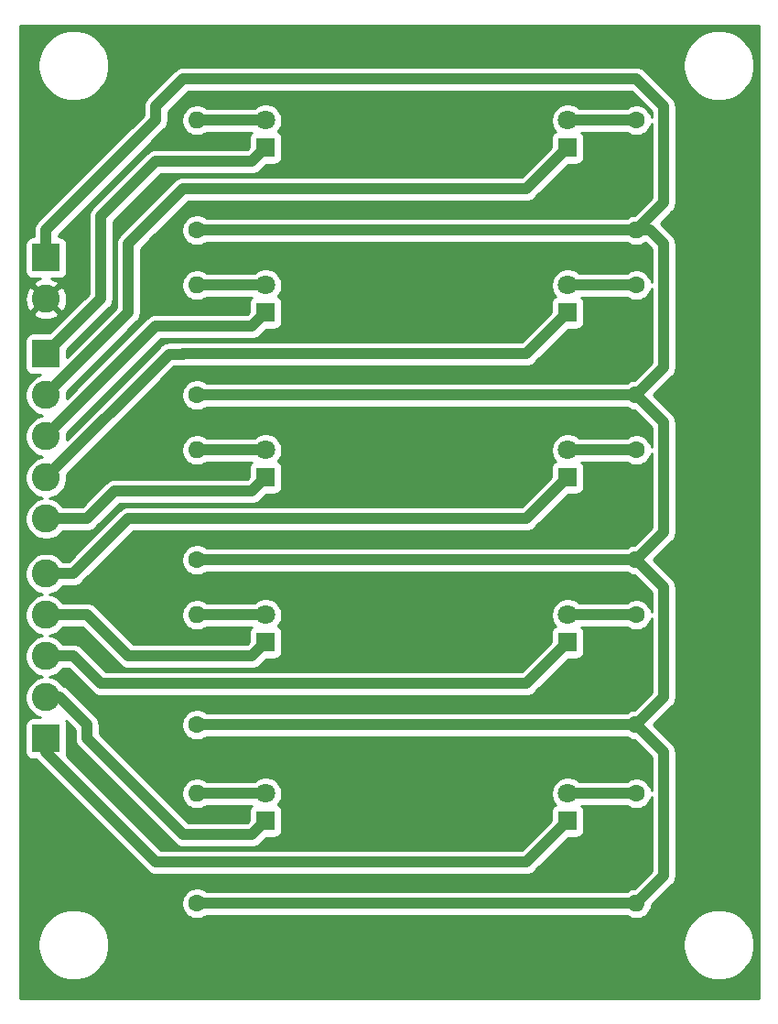
<source format=gbr>
%TF.GenerationSoftware,KiCad,Pcbnew,(5.1.6)-1*%
%TF.CreationDate,2020-07-18T16:29:51-07:00*%
%TF.ProjectId,Ign-Inj LEDs,49676e2d-496e-46a2-904c-4544732e6b69,rev?*%
%TF.SameCoordinates,Original*%
%TF.FileFunction,Copper,L1,Top*%
%TF.FilePolarity,Positive*%
%FSLAX46Y46*%
G04 Gerber Fmt 4.6, Leading zero omitted, Abs format (unit mm)*
G04 Created by KiCad (PCBNEW (5.1.6)-1) date 2020-07-18 16:29:51*
%MOMM*%
%LPD*%
G01*
G04 APERTURE LIST*
%TA.AperFunction,ComponentPad*%
%ADD10C,1.800000*%
%TD*%
%TA.AperFunction,ComponentPad*%
%ADD11R,1.800000X1.800000*%
%TD*%
%TA.AperFunction,ComponentPad*%
%ADD12C,2.600000*%
%TD*%
%TA.AperFunction,ComponentPad*%
%ADD13R,2.600000X2.600000*%
%TD*%
%TA.AperFunction,ComponentPad*%
%ADD14C,1.600000*%
%TD*%
%TA.AperFunction,ComponentPad*%
%ADD15O,1.600000X1.600000*%
%TD*%
%TA.AperFunction,ViaPad*%
%ADD16C,0.800000*%
%TD*%
%TA.AperFunction,Conductor*%
%ADD17C,1.000000*%
%TD*%
%TA.AperFunction,Conductor*%
%ADD18C,0.254000*%
%TD*%
G04 APERTURE END LIST*
D10*
%TO.P,D1,2*%
%TO.N,Net-(D1-Pad2)*%
X111760000Y-957580000D03*
D11*
%TO.P,D1,1*%
%TO.N,Net-(D1-Pad1)*%
X111760000Y-960120000D03*
%TD*%
D10*
%TO.P,D2,2*%
%TO.N,Net-(D2-Pad2)*%
X111760000Y-972820000D03*
D11*
%TO.P,D2,1*%
%TO.N,Net-(D2-Pad1)*%
X111760000Y-975360000D03*
%TD*%
%TO.P,D3,1*%
%TO.N,Net-(D3-Pad1)*%
X111760000Y-990600000D03*
D10*
%TO.P,D3,2*%
%TO.N,Net-(D3-Pad2)*%
X111760000Y-988060000D03*
%TD*%
%TO.P,D4,2*%
%TO.N,Net-(D4-Pad2)*%
X111760000Y-1003300000D03*
D11*
%TO.P,D4,1*%
%TO.N,Net-(D4-Pad1)*%
X111760000Y-1005840000D03*
%TD*%
%TO.P,D5,1*%
%TO.N,Net-(D5-Pad1)*%
X111760000Y-1022350000D03*
D10*
%TO.P,D5,2*%
%TO.N,Net-(D5-Pad2)*%
X111760000Y-1019810000D03*
%TD*%
D11*
%TO.P,D6,1*%
%TO.N,/Inj1*%
X139700000Y-960120000D03*
D10*
%TO.P,D6,2*%
%TO.N,Net-(D6-Pad2)*%
X139700000Y-957580000D03*
%TD*%
%TO.P,D7,2*%
%TO.N,Net-(D7-Pad2)*%
X139700000Y-972820000D03*
D11*
%TO.P,D7,1*%
%TO.N,/Inj2*%
X139700000Y-975360000D03*
%TD*%
%TO.P,D8,1*%
%TO.N,/Inj3*%
X139700000Y-990600000D03*
D10*
%TO.P,D8,2*%
%TO.N,Net-(D8-Pad2)*%
X139700000Y-988060000D03*
%TD*%
%TO.P,D9,2*%
%TO.N,Net-(D9-Pad2)*%
X139700000Y-1003300000D03*
D11*
%TO.P,D9,1*%
%TO.N,/Inj4*%
X139700000Y-1005840000D03*
%TD*%
%TO.P,D10,1*%
%TO.N,/Inj5*%
X139700000Y-1022350000D03*
D10*
%TO.P,D10,2*%
%TO.N,Net-(D10-Pad2)*%
X139700000Y-1019810000D03*
%TD*%
D12*
%TO.P,J1,3*%
%TO.N,/Inj4*%
X91440000Y-1007110000D03*
%TO.P,J1,2*%
%TO.N,Net-(D5-Pad1)*%
X91440000Y-1010920000D03*
%TO.P,J1,4*%
%TO.N,Net-(D4-Pad1)*%
X91440000Y-1003300000D03*
%TO.P,J1,5*%
%TO.N,/Inj3*%
X91440000Y-999490000D03*
D13*
%TO.P,J1,1*%
%TO.N,/Inj5*%
X91440000Y-1014730000D03*
%TD*%
D12*
%TO.P,J2,2*%
%TO.N,GND*%
X91440000Y-974090000D03*
D13*
%TO.P,J2,1*%
%TO.N,+12V*%
X91440000Y-970280000D03*
%TD*%
%TO.P,J3,1*%
%TO.N,Net-(D1-Pad1)*%
X91440000Y-979170000D03*
D12*
%TO.P,J3,5*%
%TO.N,Net-(D3-Pad1)*%
X91440000Y-994410000D03*
%TO.P,J3,4*%
%TO.N,/Inj2*%
X91440000Y-990600000D03*
%TO.P,J3,2*%
%TO.N,/Inj1*%
X91440000Y-982980000D03*
%TO.P,J3,3*%
%TO.N,Net-(D2-Pad1)*%
X91440000Y-986790000D03*
%TD*%
D14*
%TO.P,R1,1*%
%TO.N,+12V*%
X105410000Y-967740000D03*
D15*
%TO.P,R1,2*%
%TO.N,Net-(D1-Pad2)*%
X105410000Y-957580000D03*
%TD*%
%TO.P,R2,2*%
%TO.N,Net-(D2-Pad2)*%
X105410000Y-972820000D03*
D14*
%TO.P,R2,1*%
%TO.N,+12V*%
X105410000Y-982980000D03*
%TD*%
%TO.P,R3,1*%
%TO.N,+12V*%
X105410000Y-998220000D03*
D15*
%TO.P,R3,2*%
%TO.N,Net-(D3-Pad2)*%
X105410000Y-988060000D03*
%TD*%
%TO.P,R4,2*%
%TO.N,Net-(D4-Pad2)*%
X105410000Y-1003300000D03*
D14*
%TO.P,R4,1*%
%TO.N,+12V*%
X105410000Y-1013460000D03*
%TD*%
%TO.P,R5,1*%
%TO.N,+12V*%
X105410000Y-1029970000D03*
D15*
%TO.P,R5,2*%
%TO.N,Net-(D5-Pad2)*%
X105410000Y-1019810000D03*
%TD*%
%TO.P,R6,2*%
%TO.N,+12V*%
X146050000Y-967740000D03*
D14*
%TO.P,R6,1*%
%TO.N,Net-(D6-Pad2)*%
X146050000Y-957580000D03*
%TD*%
%TO.P,R7,1*%
%TO.N,Net-(D7-Pad2)*%
X146050000Y-972820000D03*
D15*
%TO.P,R7,2*%
%TO.N,+12V*%
X146050000Y-982980000D03*
%TD*%
%TO.P,R8,2*%
%TO.N,+12V*%
X146050000Y-998220000D03*
D14*
%TO.P,R8,1*%
%TO.N,Net-(D8-Pad2)*%
X146050000Y-988060000D03*
%TD*%
%TO.P,R9,1*%
%TO.N,Net-(D9-Pad2)*%
X146050000Y-1003300000D03*
D15*
%TO.P,R9,2*%
%TO.N,+12V*%
X146050000Y-1013460000D03*
%TD*%
%TO.P,R10,2*%
%TO.N,+12V*%
X146050000Y-1029970000D03*
D14*
%TO.P,R10,1*%
%TO.N,Net-(D10-Pad2)*%
X146050000Y-1019810000D03*
%TD*%
D16*
%TO.N,GND*%
X143630000Y-1016890000D03*
X124360000Y-1018580000D03*
X100560000Y-1015470000D03*
X141320000Y-995050000D03*
X125510000Y-1003300000D03*
X100200000Y-1000550000D03*
X142560000Y-964090000D03*
X110150000Y-965780000D03*
X126490000Y-971730000D03*
X101980000Y-972350000D03*
X143010000Y-969860000D03*
X120810000Y-996240000D03*
X139990000Y-1010410000D03*
%TD*%
D17*
%TO.N,Net-(D1-Pad2)*%
X105410000Y-957580000D02*
X111760000Y-957580000D01*
%TO.N,Net-(D1-Pad1)*%
X110490000Y-961390000D02*
X111760000Y-960120000D01*
X101600000Y-961390000D02*
X110490000Y-961390000D01*
X91440000Y-979170000D02*
X96520000Y-974090000D01*
X96520000Y-966470000D02*
X101600000Y-961390000D01*
X96520000Y-974090000D02*
X96520000Y-966470000D01*
%TO.N,Net-(D2-Pad2)*%
X105410000Y-972820000D02*
X111760000Y-972820000D01*
%TO.N,Net-(D2-Pad1)*%
X110490000Y-976630000D02*
X111760000Y-975360000D01*
X91440000Y-986790000D02*
X101600000Y-976630000D01*
X101600000Y-976630000D02*
X110490000Y-976630000D01*
%TO.N,Net-(D3-Pad1)*%
X97790000Y-991870000D02*
X110490000Y-991870000D01*
X110490000Y-991870000D02*
X111760000Y-990600000D01*
X91440000Y-994410000D02*
X95250000Y-994410000D01*
X95250000Y-994410000D02*
X97790000Y-991870000D01*
%TO.N,Net-(D3-Pad2)*%
X105410000Y-988060000D02*
X111760000Y-988060000D01*
%TO.N,Net-(D4-Pad2)*%
X105410000Y-1003300000D02*
X111760000Y-1003300000D01*
%TO.N,Net-(D4-Pad1)*%
X110490000Y-1007110000D02*
X111760000Y-1005840000D01*
X99060000Y-1007110000D02*
X110490000Y-1007110000D01*
X91440000Y-1003300000D02*
X95250000Y-1003300000D01*
X95250000Y-1003300000D02*
X99060000Y-1007110000D01*
%TO.N,Net-(D5-Pad1)*%
X110490000Y-1023620000D02*
X111760000Y-1022350000D01*
X92710000Y-1010920000D02*
X95250000Y-1013460000D01*
X91440000Y-1010920000D02*
X92710000Y-1010920000D01*
X95250000Y-1013460000D02*
X95250000Y-1014730000D01*
X95250000Y-1014730000D02*
X104140000Y-1023620000D01*
X104140000Y-1023620000D02*
X110490000Y-1023620000D01*
%TO.N,Net-(D5-Pad2)*%
X105410000Y-1019810000D02*
X111760000Y-1019810000D01*
%TO.N,Net-(D6-Pad2)*%
X139700000Y-957580000D02*
X146050000Y-957580000D01*
%TO.N,Net-(D7-Pad2)*%
X139700000Y-972820000D02*
X146050000Y-972820000D01*
%TO.N,Net-(D8-Pad2)*%
X139700000Y-988060000D02*
X146050000Y-988060000D01*
%TO.N,Net-(D9-Pad2)*%
X139700000Y-1003300000D02*
X146050000Y-1003300000D01*
%TO.N,Net-(D10-Pad2)*%
X139700000Y-1019810000D02*
X146050000Y-1019810000D01*
%TO.N,+12V*%
X146050000Y-967740000D02*
X147320000Y-967740000D01*
X147320000Y-967740000D02*
X148590000Y-969010000D01*
X148590000Y-980440000D02*
X146050000Y-982980000D01*
X148590000Y-969010000D02*
X148590000Y-980440000D01*
X146050000Y-982980000D02*
X148590000Y-985520000D01*
X148590000Y-985520000D02*
X148590000Y-995680000D01*
X148590000Y-995680000D02*
X146050000Y-998220000D01*
X146050000Y-998220000D02*
X148590000Y-1000760000D01*
X148590000Y-1010920000D02*
X146050000Y-1013460000D01*
X148590000Y-1000760000D02*
X148590000Y-1010920000D01*
X146050000Y-1013460000D02*
X148590000Y-1016000000D01*
X148590000Y-1016000000D02*
X148590000Y-1027430000D01*
X148590000Y-1027430000D02*
X146050000Y-1029970000D01*
X105410000Y-1029970000D02*
X146050000Y-1029970000D01*
X105410000Y-1013460000D02*
X146050000Y-1013460000D01*
X105410000Y-998220000D02*
X146050000Y-998220000D01*
X105410000Y-982980000D02*
X146050000Y-982980000D01*
X105410000Y-967740000D02*
X146050000Y-967740000D01*
X148590000Y-965200000D02*
X148590000Y-956310000D01*
X101600000Y-957580000D02*
X91440000Y-967740000D01*
X146050000Y-967740000D02*
X148590000Y-965200000D01*
X101600000Y-956310000D02*
X101600000Y-957580000D01*
X146050000Y-953770000D02*
X104140000Y-953770000D01*
X104140000Y-953770000D02*
X101600000Y-956310000D01*
X91440000Y-967740000D02*
X91440000Y-970280000D01*
X148590000Y-956310000D02*
X146050000Y-953770000D01*
%TO.N,/Inj1*%
X139700000Y-960120000D02*
X135890000Y-963930000D01*
X135890000Y-963930000D02*
X104140000Y-963930000D01*
X91440000Y-982980000D02*
X99060000Y-975360000D01*
X99060000Y-975360000D02*
X99060000Y-969010000D01*
X99060000Y-969010000D02*
X100330000Y-967740000D01*
X100330000Y-967740000D02*
X104140000Y-963930000D01*
%TO.N,/Inj2*%
X139700000Y-975360000D02*
X135890000Y-979170000D01*
X135890000Y-979170000D02*
X104140000Y-979170000D01*
X91440000Y-990600000D02*
X102839990Y-979200010D01*
X104109990Y-979200010D02*
X104140000Y-979170000D01*
X102839990Y-979200010D02*
X104109990Y-979200010D01*
%TO.N,/Inj3*%
X135890000Y-994410000D02*
X139700000Y-990600000D01*
X99060000Y-994410000D02*
X135890000Y-994410000D01*
X91440000Y-999490000D02*
X93980000Y-999490000D01*
X93980000Y-999490000D02*
X99060000Y-994410000D01*
%TO.N,/Inj4*%
X135890000Y-1009650000D02*
X139700000Y-1005840000D01*
X96520000Y-1009650000D02*
X135890000Y-1009650000D01*
X91440000Y-1007110000D02*
X93980000Y-1007110000D01*
X93980000Y-1007110000D02*
X96520000Y-1009650000D01*
%TO.N,/Inj5*%
X135890000Y-1026160000D02*
X139700000Y-1022350000D01*
X101600000Y-1026160000D02*
X135890000Y-1026160000D01*
X91440000Y-1014730000D02*
X91440000Y-1016000000D01*
X91440000Y-1016000000D02*
X101600000Y-1026160000D01*
%TD*%
D18*
%TO.N,GND*%
G36*
X157353000Y-1038733000D02*
G01*
X89027000Y-1038733000D01*
X89027000Y-1033456456D01*
X90695000Y-1033456456D01*
X90695000Y-1034103544D01*
X90821240Y-1034738199D01*
X91068871Y-1035336031D01*
X91428374Y-1035874066D01*
X91885934Y-1036331626D01*
X92423969Y-1036691129D01*
X93021801Y-1036938760D01*
X93656456Y-1037065000D01*
X94303544Y-1037065000D01*
X94938199Y-1036938760D01*
X95536031Y-1036691129D01*
X96074066Y-1036331626D01*
X96531626Y-1035874066D01*
X96891129Y-1035336031D01*
X97138760Y-1034738199D01*
X97265000Y-1034103544D01*
X97265000Y-1033456456D01*
X150385000Y-1033456456D01*
X150385000Y-1034103544D01*
X150511240Y-1034738199D01*
X150758871Y-1035336031D01*
X151118374Y-1035874066D01*
X151575934Y-1036331626D01*
X152113969Y-1036691129D01*
X152711801Y-1036938760D01*
X153346456Y-1037065000D01*
X153993544Y-1037065000D01*
X154628199Y-1036938760D01*
X155226031Y-1036691129D01*
X155764066Y-1036331626D01*
X156221626Y-1035874066D01*
X156581129Y-1035336031D01*
X156828760Y-1034738199D01*
X156955000Y-1034103544D01*
X156955000Y-1033456456D01*
X156828760Y-1032821801D01*
X156581129Y-1032223969D01*
X156221626Y-1031685934D01*
X155764066Y-1031228374D01*
X155226031Y-1030868871D01*
X154628199Y-1030621240D01*
X153993544Y-1030495000D01*
X153346456Y-1030495000D01*
X152711801Y-1030621240D01*
X152113969Y-1030868871D01*
X151575934Y-1031228374D01*
X151118374Y-1031685934D01*
X150758871Y-1032223969D01*
X150511240Y-1032821801D01*
X150385000Y-1033456456D01*
X97265000Y-1033456456D01*
X97138760Y-1032821801D01*
X96891129Y-1032223969D01*
X96531626Y-1031685934D01*
X96074066Y-1031228374D01*
X95536031Y-1030868871D01*
X94938199Y-1030621240D01*
X94303544Y-1030495000D01*
X93656456Y-1030495000D01*
X93021801Y-1030621240D01*
X92423969Y-1030868871D01*
X91885934Y-1031228374D01*
X91428374Y-1031685934D01*
X91068871Y-1032223969D01*
X90821240Y-1032821801D01*
X90695000Y-1033456456D01*
X89027000Y-1033456456D01*
X89027000Y-975439224D01*
X90270381Y-975439224D01*
X90402317Y-975734312D01*
X90743045Y-975905159D01*
X91110557Y-976006250D01*
X91490729Y-976033701D01*
X91868951Y-975986457D01*
X92230690Y-975866333D01*
X92477683Y-975734312D01*
X92609619Y-975439224D01*
X91440000Y-974269605D01*
X90270381Y-975439224D01*
X89027000Y-975439224D01*
X89027000Y-974140729D01*
X89496299Y-974140729D01*
X89543543Y-974518951D01*
X89663667Y-974880690D01*
X89795688Y-975127683D01*
X90090776Y-975259619D01*
X91260395Y-974090000D01*
X91619605Y-974090000D01*
X92789224Y-975259619D01*
X93084312Y-975127683D01*
X93255159Y-974786955D01*
X93356250Y-974419443D01*
X93383701Y-974039271D01*
X93336457Y-973661049D01*
X93216333Y-973299310D01*
X93084312Y-973052317D01*
X92789224Y-972920381D01*
X91619605Y-974090000D01*
X91260395Y-974090000D01*
X90090776Y-972920381D01*
X89795688Y-973052317D01*
X89624841Y-973393045D01*
X89523750Y-973760557D01*
X89496299Y-974140729D01*
X89027000Y-974140729D01*
X89027000Y-968980000D01*
X89501928Y-968980000D01*
X89501928Y-971580000D01*
X89514188Y-971704482D01*
X89550498Y-971824180D01*
X89609463Y-971934494D01*
X89688815Y-972031185D01*
X89785506Y-972110537D01*
X89895820Y-972169502D01*
X90015518Y-972205812D01*
X90140000Y-972218072D01*
X90937183Y-972218072D01*
X90649310Y-972313667D01*
X90402317Y-972445688D01*
X90270381Y-972740776D01*
X91440000Y-973910395D01*
X92609619Y-972740776D01*
X92477683Y-972445688D01*
X92136955Y-972274841D01*
X91930574Y-972218072D01*
X92740000Y-972218072D01*
X92864482Y-972205812D01*
X92984180Y-972169502D01*
X93094494Y-972110537D01*
X93191185Y-972031185D01*
X93270537Y-971934494D01*
X93329502Y-971824180D01*
X93365812Y-971704482D01*
X93378072Y-971580000D01*
X93378072Y-968980000D01*
X93365812Y-968855518D01*
X93329502Y-968735820D01*
X93270537Y-968625506D01*
X93191185Y-968528815D01*
X93094494Y-968449463D01*
X92984180Y-968390498D01*
X92864482Y-968354188D01*
X92740000Y-968341928D01*
X92575000Y-968341928D01*
X92575000Y-968210131D01*
X102363141Y-958421991D01*
X102406449Y-958386449D01*
X102548284Y-958213623D01*
X102653676Y-958016447D01*
X102718577Y-957802499D01*
X102735000Y-957635752D01*
X102740491Y-957580000D01*
X102735000Y-957524248D01*
X102735000Y-956780131D01*
X104610132Y-954905000D01*
X145579869Y-954905000D01*
X147455001Y-956780133D01*
X147455001Y-957287851D01*
X147429853Y-957161426D01*
X147321680Y-956900273D01*
X147164637Y-956665241D01*
X146964759Y-956465363D01*
X146729727Y-956308320D01*
X146468574Y-956200147D01*
X146191335Y-956145000D01*
X145908665Y-956145000D01*
X145631426Y-956200147D01*
X145370273Y-956308320D01*
X145165716Y-956445000D01*
X140735817Y-956445000D01*
X140678505Y-956387688D01*
X140427095Y-956219701D01*
X140147743Y-956103989D01*
X139851184Y-956045000D01*
X139548816Y-956045000D01*
X139252257Y-956103989D01*
X138972905Y-956219701D01*
X138721495Y-956387688D01*
X138507688Y-956601495D01*
X138339701Y-956852905D01*
X138223989Y-957132257D01*
X138165000Y-957428816D01*
X138165000Y-957731184D01*
X138223989Y-958027743D01*
X138339701Y-958307095D01*
X138507688Y-958558505D01*
X138574127Y-958624944D01*
X138555820Y-958630498D01*
X138445506Y-958689463D01*
X138348815Y-958768815D01*
X138269463Y-958865506D01*
X138210498Y-958975820D01*
X138174188Y-959095518D01*
X138161928Y-959220000D01*
X138161928Y-960052939D01*
X135419869Y-962795000D01*
X104195752Y-962795000D01*
X104140000Y-962789509D01*
X103917501Y-962811423D01*
X103703553Y-962876324D01*
X103506377Y-962981716D01*
X103376856Y-963088011D01*
X103376854Y-963088013D01*
X103333551Y-963123551D01*
X103298013Y-963166854D01*
X99566861Y-966898008D01*
X99566856Y-966898012D01*
X98296860Y-968168009D01*
X98253552Y-968203551D01*
X98111717Y-968376377D01*
X98088546Y-968419727D01*
X98006324Y-968573554D01*
X97941423Y-968787502D01*
X97919509Y-969010000D01*
X97925001Y-969065761D01*
X97925000Y-974889868D01*
X93378072Y-979436797D01*
X93378072Y-978837059D01*
X97283141Y-974931991D01*
X97326449Y-974896449D01*
X97468284Y-974723623D01*
X97573676Y-974526447D01*
X97638577Y-974312499D01*
X97655000Y-974145752D01*
X97655000Y-974145751D01*
X97660491Y-974090000D01*
X97655000Y-974034249D01*
X97655000Y-966940131D01*
X102070132Y-962525000D01*
X110434249Y-962525000D01*
X110490000Y-962530491D01*
X110545751Y-962525000D01*
X110545752Y-962525000D01*
X110712499Y-962508577D01*
X110926447Y-962443676D01*
X111123623Y-962338284D01*
X111296449Y-962196449D01*
X111331996Y-962153135D01*
X111827059Y-961658072D01*
X112660000Y-961658072D01*
X112784482Y-961645812D01*
X112904180Y-961609502D01*
X113014494Y-961550537D01*
X113111185Y-961471185D01*
X113190537Y-961374494D01*
X113249502Y-961264180D01*
X113285812Y-961144482D01*
X113298072Y-961020000D01*
X113298072Y-959220000D01*
X113285812Y-959095518D01*
X113249502Y-958975820D01*
X113190537Y-958865506D01*
X113111185Y-958768815D01*
X113014494Y-958689463D01*
X112904180Y-958630498D01*
X112885873Y-958624944D01*
X112952312Y-958558505D01*
X113120299Y-958307095D01*
X113236011Y-958027743D01*
X113295000Y-957731184D01*
X113295000Y-957428816D01*
X113236011Y-957132257D01*
X113120299Y-956852905D01*
X112952312Y-956601495D01*
X112738505Y-956387688D01*
X112487095Y-956219701D01*
X112207743Y-956103989D01*
X111911184Y-956045000D01*
X111608816Y-956045000D01*
X111312257Y-956103989D01*
X111032905Y-956219701D01*
X110781495Y-956387688D01*
X110724183Y-956445000D01*
X106294284Y-956445000D01*
X106089727Y-956308320D01*
X105828574Y-956200147D01*
X105551335Y-956145000D01*
X105268665Y-956145000D01*
X104991426Y-956200147D01*
X104730273Y-956308320D01*
X104495241Y-956465363D01*
X104295363Y-956665241D01*
X104138320Y-956900273D01*
X104030147Y-957161426D01*
X103975000Y-957438665D01*
X103975000Y-957721335D01*
X104030147Y-957998574D01*
X104138320Y-958259727D01*
X104295363Y-958494759D01*
X104495241Y-958694637D01*
X104730273Y-958851680D01*
X104991426Y-958959853D01*
X105268665Y-959015000D01*
X105551335Y-959015000D01*
X105828574Y-958959853D01*
X106089727Y-958851680D01*
X106294284Y-958715000D01*
X110474389Y-958715000D01*
X110408815Y-958768815D01*
X110329463Y-958865506D01*
X110270498Y-958975820D01*
X110234188Y-959095518D01*
X110221928Y-959220000D01*
X110221928Y-960052941D01*
X110019869Y-960255000D01*
X101655751Y-960255000D01*
X101600000Y-960249509D01*
X101544248Y-960255000D01*
X101377501Y-960271423D01*
X101163553Y-960336324D01*
X100966377Y-960441716D01*
X100793551Y-960583551D01*
X100758011Y-960626857D01*
X95756860Y-965628009D01*
X95713552Y-965663551D01*
X95571717Y-965836377D01*
X95515384Y-965941770D01*
X95466324Y-966033554D01*
X95401423Y-966247502D01*
X95379509Y-966470000D01*
X95385001Y-966525761D01*
X95385000Y-973619868D01*
X91772941Y-977231928D01*
X90140000Y-977231928D01*
X90015518Y-977244188D01*
X89895820Y-977280498D01*
X89785506Y-977339463D01*
X89688815Y-977418815D01*
X89609463Y-977515506D01*
X89550498Y-977625820D01*
X89514188Y-977745518D01*
X89501928Y-977870000D01*
X89501928Y-980470000D01*
X89514188Y-980594482D01*
X89550498Y-980714180D01*
X89609463Y-980824494D01*
X89688815Y-980921185D01*
X89785506Y-981000537D01*
X89895820Y-981059502D01*
X90015518Y-981095812D01*
X90140000Y-981108072D01*
X90932335Y-981108072D01*
X90875581Y-981119361D01*
X90523434Y-981265225D01*
X90206509Y-981476987D01*
X89936987Y-981746509D01*
X89725225Y-982063434D01*
X89579361Y-982415581D01*
X89505000Y-982789419D01*
X89505000Y-983170581D01*
X89579361Y-983544419D01*
X89725225Y-983896566D01*
X89936987Y-984213491D01*
X90206509Y-984483013D01*
X90523434Y-984694775D01*
X90875581Y-984840639D01*
X91098599Y-984885000D01*
X90875581Y-984929361D01*
X90523434Y-985075225D01*
X90206509Y-985286987D01*
X89936987Y-985556509D01*
X89725225Y-985873434D01*
X89579361Y-986225581D01*
X89505000Y-986599419D01*
X89505000Y-986980581D01*
X89579361Y-987354419D01*
X89725225Y-987706566D01*
X89936987Y-988023491D01*
X90206509Y-988293013D01*
X90523434Y-988504775D01*
X90875581Y-988650639D01*
X91098599Y-988695000D01*
X90875581Y-988739361D01*
X90523434Y-988885225D01*
X90206509Y-989096987D01*
X89936987Y-989366509D01*
X89725225Y-989683434D01*
X89579361Y-990035581D01*
X89505000Y-990409419D01*
X89505000Y-990790581D01*
X89579361Y-991164419D01*
X89725225Y-991516566D01*
X89936987Y-991833491D01*
X90206509Y-992103013D01*
X90523434Y-992314775D01*
X90875581Y-992460639D01*
X91098599Y-992505000D01*
X90875581Y-992549361D01*
X90523434Y-992695225D01*
X90206509Y-992906987D01*
X89936987Y-993176509D01*
X89725225Y-993493434D01*
X89579361Y-993845581D01*
X89505000Y-994219419D01*
X89505000Y-994600581D01*
X89579361Y-994974419D01*
X89725225Y-995326566D01*
X89936987Y-995643491D01*
X90206509Y-995913013D01*
X90523434Y-996124775D01*
X90875581Y-996270639D01*
X91249419Y-996345000D01*
X91630581Y-996345000D01*
X92004419Y-996270639D01*
X92356566Y-996124775D01*
X92673491Y-995913013D01*
X92943013Y-995643491D01*
X93008822Y-995545000D01*
X95194249Y-995545000D01*
X95250000Y-995550491D01*
X95305751Y-995545000D01*
X95305752Y-995545000D01*
X95472499Y-995528577D01*
X95686447Y-995463676D01*
X95883623Y-995358284D01*
X96056449Y-995216449D01*
X96091996Y-995173135D01*
X98260132Y-993005000D01*
X110434249Y-993005000D01*
X110490000Y-993010491D01*
X110545751Y-993005000D01*
X110545752Y-993005000D01*
X110712499Y-992988577D01*
X110926447Y-992923676D01*
X111123623Y-992818284D01*
X111296449Y-992676449D01*
X111331996Y-992633135D01*
X111827059Y-992138072D01*
X112660000Y-992138072D01*
X112784482Y-992125812D01*
X112904180Y-992089502D01*
X113014494Y-992030537D01*
X113111185Y-991951185D01*
X113190537Y-991854494D01*
X113249502Y-991744180D01*
X113285812Y-991624482D01*
X113298072Y-991500000D01*
X113298072Y-989700000D01*
X113285812Y-989575518D01*
X113249502Y-989455820D01*
X113190537Y-989345506D01*
X113111185Y-989248815D01*
X113014494Y-989169463D01*
X112904180Y-989110498D01*
X112885873Y-989104944D01*
X112952312Y-989038505D01*
X113120299Y-988787095D01*
X113236011Y-988507743D01*
X113295000Y-988211184D01*
X113295000Y-987908816D01*
X113236011Y-987612257D01*
X113120299Y-987332905D01*
X112952312Y-987081495D01*
X112738505Y-986867688D01*
X112487095Y-986699701D01*
X112207743Y-986583989D01*
X111911184Y-986525000D01*
X111608816Y-986525000D01*
X111312257Y-986583989D01*
X111032905Y-986699701D01*
X110781495Y-986867688D01*
X110724183Y-986925000D01*
X106294284Y-986925000D01*
X106089727Y-986788320D01*
X105828574Y-986680147D01*
X105551335Y-986625000D01*
X105268665Y-986625000D01*
X104991426Y-986680147D01*
X104730273Y-986788320D01*
X104495241Y-986945363D01*
X104295363Y-987145241D01*
X104138320Y-987380273D01*
X104030147Y-987641426D01*
X103975000Y-987918665D01*
X103975000Y-988201335D01*
X104030147Y-988478574D01*
X104138320Y-988739727D01*
X104295363Y-988974759D01*
X104495241Y-989174637D01*
X104730273Y-989331680D01*
X104991426Y-989439853D01*
X105268665Y-989495000D01*
X105551335Y-989495000D01*
X105828574Y-989439853D01*
X106089727Y-989331680D01*
X106294284Y-989195000D01*
X110474389Y-989195000D01*
X110408815Y-989248815D01*
X110329463Y-989345506D01*
X110270498Y-989455820D01*
X110234188Y-989575518D01*
X110221928Y-989700000D01*
X110221928Y-990532941D01*
X110019869Y-990735000D01*
X97845741Y-990735000D01*
X97789999Y-990729510D01*
X97734257Y-990735000D01*
X97734248Y-990735000D01*
X97567501Y-990751423D01*
X97353553Y-990816324D01*
X97156377Y-990921716D01*
X96983551Y-991063551D01*
X96948011Y-991106857D01*
X94779869Y-993275000D01*
X93008822Y-993275000D01*
X92943013Y-993176509D01*
X92673491Y-992906987D01*
X92356566Y-992695225D01*
X92004419Y-992549361D01*
X91781401Y-992505000D01*
X92004419Y-992460639D01*
X92356566Y-992314775D01*
X92673491Y-992103013D01*
X92943013Y-991833491D01*
X93154775Y-991516566D01*
X93300639Y-991164419D01*
X93375000Y-990790581D01*
X93375000Y-990409419D01*
X93351891Y-990293240D01*
X103310122Y-980335010D01*
X104054239Y-980335010D01*
X104109990Y-980340501D01*
X104165741Y-980335010D01*
X104165742Y-980335010D01*
X104332489Y-980318587D01*
X104377279Y-980305000D01*
X135834249Y-980305000D01*
X135890000Y-980310491D01*
X135945751Y-980305000D01*
X135945752Y-980305000D01*
X136112499Y-980288577D01*
X136326447Y-980223676D01*
X136523623Y-980118284D01*
X136696449Y-979976449D01*
X136731996Y-979933135D01*
X139767061Y-976898072D01*
X140600000Y-976898072D01*
X140724482Y-976885812D01*
X140844180Y-976849502D01*
X140954494Y-976790537D01*
X141051185Y-976711185D01*
X141130537Y-976614494D01*
X141189502Y-976504180D01*
X141225812Y-976384482D01*
X141238072Y-976260000D01*
X141238072Y-974460000D01*
X141225812Y-974335518D01*
X141189502Y-974215820D01*
X141130537Y-974105506D01*
X141051185Y-974008815D01*
X140985611Y-973955000D01*
X145165716Y-973955000D01*
X145370273Y-974091680D01*
X145631426Y-974199853D01*
X145908665Y-974255000D01*
X146191335Y-974255000D01*
X146468574Y-974199853D01*
X146729727Y-974091680D01*
X146964759Y-973934637D01*
X147164637Y-973734759D01*
X147321680Y-973499727D01*
X147429853Y-973238574D01*
X147455000Y-973112151D01*
X147455001Y-979969867D01*
X145872718Y-981552150D01*
X145631426Y-981600147D01*
X145370273Y-981708320D01*
X145165716Y-981845000D01*
X106294284Y-981845000D01*
X106089727Y-981708320D01*
X105828574Y-981600147D01*
X105551335Y-981545000D01*
X105268665Y-981545000D01*
X104991426Y-981600147D01*
X104730273Y-981708320D01*
X104495241Y-981865363D01*
X104295363Y-982065241D01*
X104138320Y-982300273D01*
X104030147Y-982561426D01*
X103975000Y-982838665D01*
X103975000Y-983121335D01*
X104030147Y-983398574D01*
X104138320Y-983659727D01*
X104295363Y-983894759D01*
X104495241Y-984094637D01*
X104730273Y-984251680D01*
X104991426Y-984359853D01*
X105268665Y-984415000D01*
X105551335Y-984415000D01*
X105828574Y-984359853D01*
X106089727Y-984251680D01*
X106294284Y-984115000D01*
X145165716Y-984115000D01*
X145370273Y-984251680D01*
X145631426Y-984359853D01*
X145872718Y-984407850D01*
X147455000Y-985990132D01*
X147455000Y-987767848D01*
X147429853Y-987641426D01*
X147321680Y-987380273D01*
X147164637Y-987145241D01*
X146964759Y-986945363D01*
X146729727Y-986788320D01*
X146468574Y-986680147D01*
X146191335Y-986625000D01*
X145908665Y-986625000D01*
X145631426Y-986680147D01*
X145370273Y-986788320D01*
X145165716Y-986925000D01*
X140735817Y-986925000D01*
X140678505Y-986867688D01*
X140427095Y-986699701D01*
X140147743Y-986583989D01*
X139851184Y-986525000D01*
X139548816Y-986525000D01*
X139252257Y-986583989D01*
X138972905Y-986699701D01*
X138721495Y-986867688D01*
X138507688Y-987081495D01*
X138339701Y-987332905D01*
X138223989Y-987612257D01*
X138165000Y-987908816D01*
X138165000Y-988211184D01*
X138223989Y-988507743D01*
X138339701Y-988787095D01*
X138507688Y-989038505D01*
X138574127Y-989104944D01*
X138555820Y-989110498D01*
X138445506Y-989169463D01*
X138348815Y-989248815D01*
X138269463Y-989345506D01*
X138210498Y-989455820D01*
X138174188Y-989575518D01*
X138161928Y-989700000D01*
X138161928Y-990532939D01*
X135419869Y-993275000D01*
X99115751Y-993275000D01*
X99060000Y-993269509D01*
X99004248Y-993275000D01*
X98837501Y-993291423D01*
X98623553Y-993356324D01*
X98426377Y-993461716D01*
X98253551Y-993603551D01*
X98218011Y-993646857D01*
X93509869Y-998355000D01*
X93008822Y-998355000D01*
X92943013Y-998256509D01*
X92673491Y-997986987D01*
X92356566Y-997775225D01*
X92004419Y-997629361D01*
X91630581Y-997555000D01*
X91249419Y-997555000D01*
X90875581Y-997629361D01*
X90523434Y-997775225D01*
X90206509Y-997986987D01*
X89936987Y-998256509D01*
X89725225Y-998573434D01*
X89579361Y-998925581D01*
X89505000Y-999299419D01*
X89505000Y-999680581D01*
X89579361Y-1000054419D01*
X89725225Y-1000406566D01*
X89936987Y-1000723491D01*
X90206509Y-1000993013D01*
X90523434Y-1001204775D01*
X90875581Y-1001350639D01*
X91098599Y-1001395000D01*
X90875581Y-1001439361D01*
X90523434Y-1001585225D01*
X90206509Y-1001796987D01*
X89936987Y-1002066509D01*
X89725225Y-1002383434D01*
X89579361Y-1002735581D01*
X89505000Y-1003109419D01*
X89505000Y-1003490581D01*
X89579361Y-1003864419D01*
X89725225Y-1004216566D01*
X89936987Y-1004533491D01*
X90206509Y-1004803013D01*
X90523434Y-1005014775D01*
X90875581Y-1005160639D01*
X91098599Y-1005205000D01*
X90875581Y-1005249361D01*
X90523434Y-1005395225D01*
X90206509Y-1005606987D01*
X89936987Y-1005876509D01*
X89725225Y-1006193434D01*
X89579361Y-1006545581D01*
X89505000Y-1006919419D01*
X89505000Y-1007300581D01*
X89579361Y-1007674419D01*
X89725225Y-1008026566D01*
X89936987Y-1008343491D01*
X90206509Y-1008613013D01*
X90523434Y-1008824775D01*
X90875581Y-1008970639D01*
X91098599Y-1009015000D01*
X90875581Y-1009059361D01*
X90523434Y-1009205225D01*
X90206509Y-1009416987D01*
X89936987Y-1009686509D01*
X89725225Y-1010003434D01*
X89579361Y-1010355581D01*
X89505000Y-1010729419D01*
X89505000Y-1011110581D01*
X89579361Y-1011484419D01*
X89725225Y-1011836566D01*
X89936987Y-1012153491D01*
X90206509Y-1012423013D01*
X90523434Y-1012634775D01*
X90875581Y-1012780639D01*
X90932335Y-1012791928D01*
X90140000Y-1012791928D01*
X90015518Y-1012804188D01*
X89895820Y-1012840498D01*
X89785506Y-1012899463D01*
X89688815Y-1012978815D01*
X89609463Y-1013075506D01*
X89550498Y-1013185820D01*
X89514188Y-1013305518D01*
X89501928Y-1013430000D01*
X89501928Y-1016030000D01*
X89514188Y-1016154482D01*
X89550498Y-1016274180D01*
X89609463Y-1016384494D01*
X89688815Y-1016481185D01*
X89785506Y-1016560537D01*
X89895820Y-1016619502D01*
X90015518Y-1016655812D01*
X90140000Y-1016668072D01*
X90519989Y-1016668072D01*
X90633552Y-1016806449D01*
X90676860Y-1016841991D01*
X100758009Y-1026923141D01*
X100793551Y-1026966449D01*
X100966376Y-1027108283D01*
X100966377Y-1027108284D01*
X101163553Y-1027213676D01*
X101377501Y-1027278577D01*
X101600000Y-1027300491D01*
X101655752Y-1027295000D01*
X135834249Y-1027295000D01*
X135890000Y-1027300491D01*
X135945751Y-1027295000D01*
X135945752Y-1027295000D01*
X136112499Y-1027278577D01*
X136326447Y-1027213676D01*
X136523623Y-1027108284D01*
X136696449Y-1026966449D01*
X136731996Y-1026923135D01*
X139767061Y-1023888072D01*
X140600000Y-1023888072D01*
X140724482Y-1023875812D01*
X140844180Y-1023839502D01*
X140954494Y-1023780537D01*
X141051185Y-1023701185D01*
X141130537Y-1023604494D01*
X141189502Y-1023494180D01*
X141225812Y-1023374482D01*
X141238072Y-1023250000D01*
X141238072Y-1021450000D01*
X141225812Y-1021325518D01*
X141189502Y-1021205820D01*
X141130537Y-1021095506D01*
X141051185Y-1020998815D01*
X140985611Y-1020945000D01*
X145165716Y-1020945000D01*
X145370273Y-1021081680D01*
X145631426Y-1021189853D01*
X145908665Y-1021245000D01*
X146191335Y-1021245000D01*
X146468574Y-1021189853D01*
X146729727Y-1021081680D01*
X146964759Y-1020924637D01*
X147164637Y-1020724759D01*
X147321680Y-1020489727D01*
X147429853Y-1020228574D01*
X147455000Y-1020102151D01*
X147455001Y-1026959867D01*
X145872718Y-1028542150D01*
X145631426Y-1028590147D01*
X145370273Y-1028698320D01*
X145165716Y-1028835000D01*
X106294284Y-1028835000D01*
X106089727Y-1028698320D01*
X105828574Y-1028590147D01*
X105551335Y-1028535000D01*
X105268665Y-1028535000D01*
X104991426Y-1028590147D01*
X104730273Y-1028698320D01*
X104495241Y-1028855363D01*
X104295363Y-1029055241D01*
X104138320Y-1029290273D01*
X104030147Y-1029551426D01*
X103975000Y-1029828665D01*
X103975000Y-1030111335D01*
X104030147Y-1030388574D01*
X104138320Y-1030649727D01*
X104295363Y-1030884759D01*
X104495241Y-1031084637D01*
X104730273Y-1031241680D01*
X104991426Y-1031349853D01*
X105268665Y-1031405000D01*
X105551335Y-1031405000D01*
X105828574Y-1031349853D01*
X106089727Y-1031241680D01*
X106294284Y-1031105000D01*
X145165716Y-1031105000D01*
X145370273Y-1031241680D01*
X145631426Y-1031349853D01*
X145908665Y-1031405000D01*
X146191335Y-1031405000D01*
X146468574Y-1031349853D01*
X146729727Y-1031241680D01*
X146964759Y-1031084637D01*
X147164637Y-1030884759D01*
X147321680Y-1030649727D01*
X147429853Y-1030388574D01*
X147477850Y-1030147282D01*
X149353141Y-1028271991D01*
X149396449Y-1028236449D01*
X149538284Y-1028063623D01*
X149643676Y-1027866447D01*
X149708577Y-1027652499D01*
X149725000Y-1027485752D01*
X149725000Y-1027485743D01*
X149730490Y-1027430001D01*
X149725000Y-1027374259D01*
X149725000Y-1016055741D01*
X149730490Y-1015999999D01*
X149725000Y-1015944257D01*
X149725000Y-1015944248D01*
X149708577Y-1015777501D01*
X149643676Y-1015563553D01*
X149538284Y-1015366377D01*
X149396449Y-1015193551D01*
X149353141Y-1015158009D01*
X147655131Y-1013460000D01*
X149353141Y-1011761991D01*
X149396449Y-1011726449D01*
X149538284Y-1011553623D01*
X149643676Y-1011356447D01*
X149708577Y-1011142499D01*
X149725000Y-1010975752D01*
X149725000Y-1010975743D01*
X149730490Y-1010920001D01*
X149725000Y-1010864259D01*
X149725000Y-1000815741D01*
X149730490Y-1000759999D01*
X149725000Y-1000704257D01*
X149725000Y-1000704248D01*
X149708577Y-1000537501D01*
X149643676Y-1000323553D01*
X149538284Y-1000126377D01*
X149396449Y-999953551D01*
X149353141Y-999918009D01*
X147655131Y-998220000D01*
X149353141Y-996521991D01*
X149396449Y-996486449D01*
X149538284Y-996313623D01*
X149643676Y-996116447D01*
X149708577Y-995902499D01*
X149725000Y-995735752D01*
X149725000Y-995735743D01*
X149730490Y-995680001D01*
X149725000Y-995624259D01*
X149725000Y-985575741D01*
X149730490Y-985519999D01*
X149725000Y-985464257D01*
X149725000Y-985464248D01*
X149708577Y-985297501D01*
X149643676Y-985083553D01*
X149538284Y-984886377D01*
X149396449Y-984713551D01*
X149353141Y-984678009D01*
X147655131Y-982980000D01*
X149353141Y-981281991D01*
X149396449Y-981246449D01*
X149538284Y-981073623D01*
X149643676Y-980876447D01*
X149708577Y-980662499D01*
X149725000Y-980495752D01*
X149725000Y-980495743D01*
X149730490Y-980440001D01*
X149725000Y-980384259D01*
X149725000Y-969065743D01*
X149730490Y-969009999D01*
X149725000Y-968954255D01*
X149725000Y-968954248D01*
X149708577Y-968787501D01*
X149643676Y-968573553D01*
X149538284Y-968376377D01*
X149396449Y-968203551D01*
X149353140Y-968168008D01*
X148290131Y-967105000D01*
X149353141Y-966041991D01*
X149396449Y-966006449D01*
X149538284Y-965833623D01*
X149643676Y-965636447D01*
X149708577Y-965422499D01*
X149725000Y-965255752D01*
X149725000Y-965255743D01*
X149730490Y-965200001D01*
X149725000Y-965144259D01*
X149725000Y-956365741D01*
X149730490Y-956309999D01*
X149725000Y-956254257D01*
X149725000Y-956254248D01*
X149708577Y-956087501D01*
X149643676Y-955873553D01*
X149538284Y-955676377D01*
X149396449Y-955503551D01*
X149353141Y-955468009D01*
X146891996Y-953006865D01*
X146856449Y-952963551D01*
X146683623Y-952821716D01*
X146486447Y-952716324D01*
X146272499Y-952651423D01*
X146105752Y-952635000D01*
X146105751Y-952635000D01*
X146050000Y-952629509D01*
X145994249Y-952635000D01*
X104195741Y-952635000D01*
X104139999Y-952629510D01*
X104084257Y-952635000D01*
X104084248Y-952635000D01*
X103917501Y-952651423D01*
X103703553Y-952716324D01*
X103506377Y-952821716D01*
X103333551Y-952963551D01*
X103298009Y-953006859D01*
X100836865Y-955468004D01*
X100793551Y-955503551D01*
X100651716Y-955676377D01*
X100593657Y-955785000D01*
X100546324Y-955873554D01*
X100481423Y-956087502D01*
X100459509Y-956310000D01*
X100465000Y-956365751D01*
X100465000Y-957109868D01*
X90676865Y-966898004D01*
X90633551Y-966933551D01*
X90491716Y-967106377D01*
X90400812Y-967276448D01*
X90386324Y-967303554D01*
X90321423Y-967517502D01*
X90299509Y-967740000D01*
X90305000Y-967795752D01*
X90305000Y-968341928D01*
X90140000Y-968341928D01*
X90015518Y-968354188D01*
X89895820Y-968390498D01*
X89785506Y-968449463D01*
X89688815Y-968528815D01*
X89609463Y-968625506D01*
X89550498Y-968735820D01*
X89514188Y-968855518D01*
X89501928Y-968980000D01*
X89027000Y-968980000D01*
X89027000Y-952176456D01*
X90695000Y-952176456D01*
X90695000Y-952823544D01*
X90821240Y-953458199D01*
X91068871Y-954056031D01*
X91428374Y-954594066D01*
X91885934Y-955051626D01*
X92423969Y-955411129D01*
X93021801Y-955658760D01*
X93656456Y-955785000D01*
X94303544Y-955785000D01*
X94938199Y-955658760D01*
X95536031Y-955411129D01*
X96074066Y-955051626D01*
X96531626Y-954594066D01*
X96891129Y-954056031D01*
X97138760Y-953458199D01*
X97265000Y-952823544D01*
X97265000Y-952176456D01*
X150385000Y-952176456D01*
X150385000Y-952823544D01*
X150511240Y-953458199D01*
X150758871Y-954056031D01*
X151118374Y-954594066D01*
X151575934Y-955051626D01*
X152113969Y-955411129D01*
X152711801Y-955658760D01*
X153346456Y-955785000D01*
X153993544Y-955785000D01*
X154628199Y-955658760D01*
X155226031Y-955411129D01*
X155764066Y-955051626D01*
X156221626Y-954594066D01*
X156581129Y-954056031D01*
X156828760Y-953458199D01*
X156955000Y-952823544D01*
X156955000Y-952176456D01*
X156828760Y-951541801D01*
X156581129Y-950943969D01*
X156221626Y-950405934D01*
X155764066Y-949948374D01*
X155226031Y-949588871D01*
X154628199Y-949341240D01*
X153993544Y-949215000D01*
X153346456Y-949215000D01*
X152711801Y-949341240D01*
X152113969Y-949588871D01*
X151575934Y-949948374D01*
X151118374Y-950405934D01*
X150758871Y-950943969D01*
X150511240Y-951541801D01*
X150385000Y-952176456D01*
X97265000Y-952176456D01*
X97138760Y-951541801D01*
X96891129Y-950943969D01*
X96531626Y-950405934D01*
X96074066Y-949948374D01*
X95536031Y-949588871D01*
X94938199Y-949341240D01*
X94303544Y-949215000D01*
X93656456Y-949215000D01*
X93021801Y-949341240D01*
X92423969Y-949588871D01*
X91885934Y-949948374D01*
X91428374Y-950405934D01*
X91068871Y-950943969D01*
X90821240Y-951541801D01*
X90695000Y-952176456D01*
X89027000Y-952176456D01*
X89027000Y-948817000D01*
X157353000Y-948817000D01*
X157353000Y-1038733000D01*
G37*
X157353000Y-1038733000D02*
X89027000Y-1038733000D01*
X89027000Y-1033456456D01*
X90695000Y-1033456456D01*
X90695000Y-1034103544D01*
X90821240Y-1034738199D01*
X91068871Y-1035336031D01*
X91428374Y-1035874066D01*
X91885934Y-1036331626D01*
X92423969Y-1036691129D01*
X93021801Y-1036938760D01*
X93656456Y-1037065000D01*
X94303544Y-1037065000D01*
X94938199Y-1036938760D01*
X95536031Y-1036691129D01*
X96074066Y-1036331626D01*
X96531626Y-1035874066D01*
X96891129Y-1035336031D01*
X97138760Y-1034738199D01*
X97265000Y-1034103544D01*
X97265000Y-1033456456D01*
X150385000Y-1033456456D01*
X150385000Y-1034103544D01*
X150511240Y-1034738199D01*
X150758871Y-1035336031D01*
X151118374Y-1035874066D01*
X151575934Y-1036331626D01*
X152113969Y-1036691129D01*
X152711801Y-1036938760D01*
X153346456Y-1037065000D01*
X153993544Y-1037065000D01*
X154628199Y-1036938760D01*
X155226031Y-1036691129D01*
X155764066Y-1036331626D01*
X156221626Y-1035874066D01*
X156581129Y-1035336031D01*
X156828760Y-1034738199D01*
X156955000Y-1034103544D01*
X156955000Y-1033456456D01*
X156828760Y-1032821801D01*
X156581129Y-1032223969D01*
X156221626Y-1031685934D01*
X155764066Y-1031228374D01*
X155226031Y-1030868871D01*
X154628199Y-1030621240D01*
X153993544Y-1030495000D01*
X153346456Y-1030495000D01*
X152711801Y-1030621240D01*
X152113969Y-1030868871D01*
X151575934Y-1031228374D01*
X151118374Y-1031685934D01*
X150758871Y-1032223969D01*
X150511240Y-1032821801D01*
X150385000Y-1033456456D01*
X97265000Y-1033456456D01*
X97138760Y-1032821801D01*
X96891129Y-1032223969D01*
X96531626Y-1031685934D01*
X96074066Y-1031228374D01*
X95536031Y-1030868871D01*
X94938199Y-1030621240D01*
X94303544Y-1030495000D01*
X93656456Y-1030495000D01*
X93021801Y-1030621240D01*
X92423969Y-1030868871D01*
X91885934Y-1031228374D01*
X91428374Y-1031685934D01*
X91068871Y-1032223969D01*
X90821240Y-1032821801D01*
X90695000Y-1033456456D01*
X89027000Y-1033456456D01*
X89027000Y-975439224D01*
X90270381Y-975439224D01*
X90402317Y-975734312D01*
X90743045Y-975905159D01*
X91110557Y-976006250D01*
X91490729Y-976033701D01*
X91868951Y-975986457D01*
X92230690Y-975866333D01*
X92477683Y-975734312D01*
X92609619Y-975439224D01*
X91440000Y-974269605D01*
X90270381Y-975439224D01*
X89027000Y-975439224D01*
X89027000Y-974140729D01*
X89496299Y-974140729D01*
X89543543Y-974518951D01*
X89663667Y-974880690D01*
X89795688Y-975127683D01*
X90090776Y-975259619D01*
X91260395Y-974090000D01*
X91619605Y-974090000D01*
X92789224Y-975259619D01*
X93084312Y-975127683D01*
X93255159Y-974786955D01*
X93356250Y-974419443D01*
X93383701Y-974039271D01*
X93336457Y-973661049D01*
X93216333Y-973299310D01*
X93084312Y-973052317D01*
X92789224Y-972920381D01*
X91619605Y-974090000D01*
X91260395Y-974090000D01*
X90090776Y-972920381D01*
X89795688Y-973052317D01*
X89624841Y-973393045D01*
X89523750Y-973760557D01*
X89496299Y-974140729D01*
X89027000Y-974140729D01*
X89027000Y-968980000D01*
X89501928Y-968980000D01*
X89501928Y-971580000D01*
X89514188Y-971704482D01*
X89550498Y-971824180D01*
X89609463Y-971934494D01*
X89688815Y-972031185D01*
X89785506Y-972110537D01*
X89895820Y-972169502D01*
X90015518Y-972205812D01*
X90140000Y-972218072D01*
X90937183Y-972218072D01*
X90649310Y-972313667D01*
X90402317Y-972445688D01*
X90270381Y-972740776D01*
X91440000Y-973910395D01*
X92609619Y-972740776D01*
X92477683Y-972445688D01*
X92136955Y-972274841D01*
X91930574Y-972218072D01*
X92740000Y-972218072D01*
X92864482Y-972205812D01*
X92984180Y-972169502D01*
X93094494Y-972110537D01*
X93191185Y-972031185D01*
X93270537Y-971934494D01*
X93329502Y-971824180D01*
X93365812Y-971704482D01*
X93378072Y-971580000D01*
X93378072Y-968980000D01*
X93365812Y-968855518D01*
X93329502Y-968735820D01*
X93270537Y-968625506D01*
X93191185Y-968528815D01*
X93094494Y-968449463D01*
X92984180Y-968390498D01*
X92864482Y-968354188D01*
X92740000Y-968341928D01*
X92575000Y-968341928D01*
X92575000Y-968210131D01*
X102363141Y-958421991D01*
X102406449Y-958386449D01*
X102548284Y-958213623D01*
X102653676Y-958016447D01*
X102718577Y-957802499D01*
X102735000Y-957635752D01*
X102740491Y-957580000D01*
X102735000Y-957524248D01*
X102735000Y-956780131D01*
X104610132Y-954905000D01*
X145579869Y-954905000D01*
X147455001Y-956780133D01*
X147455001Y-957287851D01*
X147429853Y-957161426D01*
X147321680Y-956900273D01*
X147164637Y-956665241D01*
X146964759Y-956465363D01*
X146729727Y-956308320D01*
X146468574Y-956200147D01*
X146191335Y-956145000D01*
X145908665Y-956145000D01*
X145631426Y-956200147D01*
X145370273Y-956308320D01*
X145165716Y-956445000D01*
X140735817Y-956445000D01*
X140678505Y-956387688D01*
X140427095Y-956219701D01*
X140147743Y-956103989D01*
X139851184Y-956045000D01*
X139548816Y-956045000D01*
X139252257Y-956103989D01*
X138972905Y-956219701D01*
X138721495Y-956387688D01*
X138507688Y-956601495D01*
X138339701Y-956852905D01*
X138223989Y-957132257D01*
X138165000Y-957428816D01*
X138165000Y-957731184D01*
X138223989Y-958027743D01*
X138339701Y-958307095D01*
X138507688Y-958558505D01*
X138574127Y-958624944D01*
X138555820Y-958630498D01*
X138445506Y-958689463D01*
X138348815Y-958768815D01*
X138269463Y-958865506D01*
X138210498Y-958975820D01*
X138174188Y-959095518D01*
X138161928Y-959220000D01*
X138161928Y-960052939D01*
X135419869Y-962795000D01*
X104195752Y-962795000D01*
X104140000Y-962789509D01*
X103917501Y-962811423D01*
X103703553Y-962876324D01*
X103506377Y-962981716D01*
X103376856Y-963088011D01*
X103376854Y-963088013D01*
X103333551Y-963123551D01*
X103298013Y-963166854D01*
X99566861Y-966898008D01*
X99566856Y-966898012D01*
X98296860Y-968168009D01*
X98253552Y-968203551D01*
X98111717Y-968376377D01*
X98088546Y-968419727D01*
X98006324Y-968573554D01*
X97941423Y-968787502D01*
X97919509Y-969010000D01*
X97925001Y-969065761D01*
X97925000Y-974889868D01*
X93378072Y-979436797D01*
X93378072Y-978837059D01*
X97283141Y-974931991D01*
X97326449Y-974896449D01*
X97468284Y-974723623D01*
X97573676Y-974526447D01*
X97638577Y-974312499D01*
X97655000Y-974145752D01*
X97655000Y-974145751D01*
X97660491Y-974090000D01*
X97655000Y-974034249D01*
X97655000Y-966940131D01*
X102070132Y-962525000D01*
X110434249Y-962525000D01*
X110490000Y-962530491D01*
X110545751Y-962525000D01*
X110545752Y-962525000D01*
X110712499Y-962508577D01*
X110926447Y-962443676D01*
X111123623Y-962338284D01*
X111296449Y-962196449D01*
X111331996Y-962153135D01*
X111827059Y-961658072D01*
X112660000Y-961658072D01*
X112784482Y-961645812D01*
X112904180Y-961609502D01*
X113014494Y-961550537D01*
X113111185Y-961471185D01*
X113190537Y-961374494D01*
X113249502Y-961264180D01*
X113285812Y-961144482D01*
X113298072Y-961020000D01*
X113298072Y-959220000D01*
X113285812Y-959095518D01*
X113249502Y-958975820D01*
X113190537Y-958865506D01*
X113111185Y-958768815D01*
X113014494Y-958689463D01*
X112904180Y-958630498D01*
X112885873Y-958624944D01*
X112952312Y-958558505D01*
X113120299Y-958307095D01*
X113236011Y-958027743D01*
X113295000Y-957731184D01*
X113295000Y-957428816D01*
X113236011Y-957132257D01*
X113120299Y-956852905D01*
X112952312Y-956601495D01*
X112738505Y-956387688D01*
X112487095Y-956219701D01*
X112207743Y-956103989D01*
X111911184Y-956045000D01*
X111608816Y-956045000D01*
X111312257Y-956103989D01*
X111032905Y-956219701D01*
X110781495Y-956387688D01*
X110724183Y-956445000D01*
X106294284Y-956445000D01*
X106089727Y-956308320D01*
X105828574Y-956200147D01*
X105551335Y-956145000D01*
X105268665Y-956145000D01*
X104991426Y-956200147D01*
X104730273Y-956308320D01*
X104495241Y-956465363D01*
X104295363Y-956665241D01*
X104138320Y-956900273D01*
X104030147Y-957161426D01*
X103975000Y-957438665D01*
X103975000Y-957721335D01*
X104030147Y-957998574D01*
X104138320Y-958259727D01*
X104295363Y-958494759D01*
X104495241Y-958694637D01*
X104730273Y-958851680D01*
X104991426Y-958959853D01*
X105268665Y-959015000D01*
X105551335Y-959015000D01*
X105828574Y-958959853D01*
X106089727Y-958851680D01*
X106294284Y-958715000D01*
X110474389Y-958715000D01*
X110408815Y-958768815D01*
X110329463Y-958865506D01*
X110270498Y-958975820D01*
X110234188Y-959095518D01*
X110221928Y-959220000D01*
X110221928Y-960052941D01*
X110019869Y-960255000D01*
X101655751Y-960255000D01*
X101600000Y-960249509D01*
X101544248Y-960255000D01*
X101377501Y-960271423D01*
X101163553Y-960336324D01*
X100966377Y-960441716D01*
X100793551Y-960583551D01*
X100758011Y-960626857D01*
X95756860Y-965628009D01*
X95713552Y-965663551D01*
X95571717Y-965836377D01*
X95515384Y-965941770D01*
X95466324Y-966033554D01*
X95401423Y-966247502D01*
X95379509Y-966470000D01*
X95385001Y-966525761D01*
X95385000Y-973619868D01*
X91772941Y-977231928D01*
X90140000Y-977231928D01*
X90015518Y-977244188D01*
X89895820Y-977280498D01*
X89785506Y-977339463D01*
X89688815Y-977418815D01*
X89609463Y-977515506D01*
X89550498Y-977625820D01*
X89514188Y-977745518D01*
X89501928Y-977870000D01*
X89501928Y-980470000D01*
X89514188Y-980594482D01*
X89550498Y-980714180D01*
X89609463Y-980824494D01*
X89688815Y-980921185D01*
X89785506Y-981000537D01*
X89895820Y-981059502D01*
X90015518Y-981095812D01*
X90140000Y-981108072D01*
X90932335Y-981108072D01*
X90875581Y-981119361D01*
X90523434Y-981265225D01*
X90206509Y-981476987D01*
X89936987Y-981746509D01*
X89725225Y-982063434D01*
X89579361Y-982415581D01*
X89505000Y-982789419D01*
X89505000Y-983170581D01*
X89579361Y-983544419D01*
X89725225Y-983896566D01*
X89936987Y-984213491D01*
X90206509Y-984483013D01*
X90523434Y-984694775D01*
X90875581Y-984840639D01*
X91098599Y-984885000D01*
X90875581Y-984929361D01*
X90523434Y-985075225D01*
X90206509Y-985286987D01*
X89936987Y-985556509D01*
X89725225Y-985873434D01*
X89579361Y-986225581D01*
X89505000Y-986599419D01*
X89505000Y-986980581D01*
X89579361Y-987354419D01*
X89725225Y-987706566D01*
X89936987Y-988023491D01*
X90206509Y-988293013D01*
X90523434Y-988504775D01*
X90875581Y-988650639D01*
X91098599Y-988695000D01*
X90875581Y-988739361D01*
X90523434Y-988885225D01*
X90206509Y-989096987D01*
X89936987Y-989366509D01*
X89725225Y-989683434D01*
X89579361Y-990035581D01*
X89505000Y-990409419D01*
X89505000Y-990790581D01*
X89579361Y-991164419D01*
X89725225Y-991516566D01*
X89936987Y-991833491D01*
X90206509Y-992103013D01*
X90523434Y-992314775D01*
X90875581Y-992460639D01*
X91098599Y-992505000D01*
X90875581Y-992549361D01*
X90523434Y-992695225D01*
X90206509Y-992906987D01*
X89936987Y-993176509D01*
X89725225Y-993493434D01*
X89579361Y-993845581D01*
X89505000Y-994219419D01*
X89505000Y-994600581D01*
X89579361Y-994974419D01*
X89725225Y-995326566D01*
X89936987Y-995643491D01*
X90206509Y-995913013D01*
X90523434Y-996124775D01*
X90875581Y-996270639D01*
X91249419Y-996345000D01*
X91630581Y-996345000D01*
X92004419Y-996270639D01*
X92356566Y-996124775D01*
X92673491Y-995913013D01*
X92943013Y-995643491D01*
X93008822Y-995545000D01*
X95194249Y-995545000D01*
X95250000Y-995550491D01*
X95305751Y-995545000D01*
X95305752Y-995545000D01*
X95472499Y-995528577D01*
X95686447Y-995463676D01*
X95883623Y-995358284D01*
X96056449Y-995216449D01*
X96091996Y-995173135D01*
X98260132Y-993005000D01*
X110434249Y-993005000D01*
X110490000Y-993010491D01*
X110545751Y-993005000D01*
X110545752Y-993005000D01*
X110712499Y-992988577D01*
X110926447Y-992923676D01*
X111123623Y-992818284D01*
X111296449Y-992676449D01*
X111331996Y-992633135D01*
X111827059Y-992138072D01*
X112660000Y-992138072D01*
X112784482Y-992125812D01*
X112904180Y-992089502D01*
X113014494Y-992030537D01*
X113111185Y-991951185D01*
X113190537Y-991854494D01*
X113249502Y-991744180D01*
X113285812Y-991624482D01*
X113298072Y-991500000D01*
X113298072Y-989700000D01*
X113285812Y-989575518D01*
X113249502Y-989455820D01*
X113190537Y-989345506D01*
X113111185Y-989248815D01*
X113014494Y-989169463D01*
X112904180Y-989110498D01*
X112885873Y-989104944D01*
X112952312Y-989038505D01*
X113120299Y-988787095D01*
X113236011Y-988507743D01*
X113295000Y-988211184D01*
X113295000Y-987908816D01*
X113236011Y-987612257D01*
X113120299Y-987332905D01*
X112952312Y-987081495D01*
X112738505Y-986867688D01*
X112487095Y-986699701D01*
X112207743Y-986583989D01*
X111911184Y-986525000D01*
X111608816Y-986525000D01*
X111312257Y-986583989D01*
X111032905Y-986699701D01*
X110781495Y-986867688D01*
X110724183Y-986925000D01*
X106294284Y-986925000D01*
X106089727Y-986788320D01*
X105828574Y-986680147D01*
X105551335Y-986625000D01*
X105268665Y-986625000D01*
X104991426Y-986680147D01*
X104730273Y-986788320D01*
X104495241Y-986945363D01*
X104295363Y-987145241D01*
X104138320Y-987380273D01*
X104030147Y-987641426D01*
X103975000Y-987918665D01*
X103975000Y-988201335D01*
X104030147Y-988478574D01*
X104138320Y-988739727D01*
X104295363Y-988974759D01*
X104495241Y-989174637D01*
X104730273Y-989331680D01*
X104991426Y-989439853D01*
X105268665Y-989495000D01*
X105551335Y-989495000D01*
X105828574Y-989439853D01*
X106089727Y-989331680D01*
X106294284Y-989195000D01*
X110474389Y-989195000D01*
X110408815Y-989248815D01*
X110329463Y-989345506D01*
X110270498Y-989455820D01*
X110234188Y-989575518D01*
X110221928Y-989700000D01*
X110221928Y-990532941D01*
X110019869Y-990735000D01*
X97845741Y-990735000D01*
X97789999Y-990729510D01*
X97734257Y-990735000D01*
X97734248Y-990735000D01*
X97567501Y-990751423D01*
X97353553Y-990816324D01*
X97156377Y-990921716D01*
X96983551Y-991063551D01*
X96948011Y-991106857D01*
X94779869Y-993275000D01*
X93008822Y-993275000D01*
X92943013Y-993176509D01*
X92673491Y-992906987D01*
X92356566Y-992695225D01*
X92004419Y-992549361D01*
X91781401Y-992505000D01*
X92004419Y-992460639D01*
X92356566Y-992314775D01*
X92673491Y-992103013D01*
X92943013Y-991833491D01*
X93154775Y-991516566D01*
X93300639Y-991164419D01*
X93375000Y-990790581D01*
X93375000Y-990409419D01*
X93351891Y-990293240D01*
X103310122Y-980335010D01*
X104054239Y-980335010D01*
X104109990Y-980340501D01*
X104165741Y-980335010D01*
X104165742Y-980335010D01*
X104332489Y-980318587D01*
X104377279Y-980305000D01*
X135834249Y-980305000D01*
X135890000Y-980310491D01*
X135945751Y-980305000D01*
X135945752Y-980305000D01*
X136112499Y-980288577D01*
X136326447Y-980223676D01*
X136523623Y-980118284D01*
X136696449Y-979976449D01*
X136731996Y-979933135D01*
X139767061Y-976898072D01*
X140600000Y-976898072D01*
X140724482Y-976885812D01*
X140844180Y-976849502D01*
X140954494Y-976790537D01*
X141051185Y-976711185D01*
X141130537Y-976614494D01*
X141189502Y-976504180D01*
X141225812Y-976384482D01*
X141238072Y-976260000D01*
X141238072Y-974460000D01*
X141225812Y-974335518D01*
X141189502Y-974215820D01*
X141130537Y-974105506D01*
X141051185Y-974008815D01*
X140985611Y-973955000D01*
X145165716Y-973955000D01*
X145370273Y-974091680D01*
X145631426Y-974199853D01*
X145908665Y-974255000D01*
X146191335Y-974255000D01*
X146468574Y-974199853D01*
X146729727Y-974091680D01*
X146964759Y-973934637D01*
X147164637Y-973734759D01*
X147321680Y-973499727D01*
X147429853Y-973238574D01*
X147455000Y-973112151D01*
X147455001Y-979969867D01*
X145872718Y-981552150D01*
X145631426Y-981600147D01*
X145370273Y-981708320D01*
X145165716Y-981845000D01*
X106294284Y-981845000D01*
X106089727Y-981708320D01*
X105828574Y-981600147D01*
X105551335Y-981545000D01*
X105268665Y-981545000D01*
X104991426Y-981600147D01*
X104730273Y-981708320D01*
X104495241Y-981865363D01*
X104295363Y-982065241D01*
X104138320Y-982300273D01*
X104030147Y-982561426D01*
X103975000Y-982838665D01*
X103975000Y-983121335D01*
X104030147Y-983398574D01*
X104138320Y-983659727D01*
X104295363Y-983894759D01*
X104495241Y-984094637D01*
X104730273Y-984251680D01*
X104991426Y-984359853D01*
X105268665Y-984415000D01*
X105551335Y-984415000D01*
X105828574Y-984359853D01*
X106089727Y-984251680D01*
X106294284Y-984115000D01*
X145165716Y-984115000D01*
X145370273Y-984251680D01*
X145631426Y-984359853D01*
X145872718Y-984407850D01*
X147455000Y-985990132D01*
X147455000Y-987767848D01*
X147429853Y-987641426D01*
X147321680Y-987380273D01*
X147164637Y-987145241D01*
X146964759Y-986945363D01*
X146729727Y-986788320D01*
X146468574Y-986680147D01*
X146191335Y-986625000D01*
X145908665Y-986625000D01*
X145631426Y-986680147D01*
X145370273Y-986788320D01*
X145165716Y-986925000D01*
X140735817Y-986925000D01*
X140678505Y-986867688D01*
X140427095Y-986699701D01*
X140147743Y-986583989D01*
X139851184Y-986525000D01*
X139548816Y-986525000D01*
X139252257Y-986583989D01*
X138972905Y-986699701D01*
X138721495Y-986867688D01*
X138507688Y-987081495D01*
X138339701Y-987332905D01*
X138223989Y-987612257D01*
X138165000Y-987908816D01*
X138165000Y-988211184D01*
X138223989Y-988507743D01*
X138339701Y-988787095D01*
X138507688Y-989038505D01*
X138574127Y-989104944D01*
X138555820Y-989110498D01*
X138445506Y-989169463D01*
X138348815Y-989248815D01*
X138269463Y-989345506D01*
X138210498Y-989455820D01*
X138174188Y-989575518D01*
X138161928Y-989700000D01*
X138161928Y-990532939D01*
X135419869Y-993275000D01*
X99115751Y-993275000D01*
X99060000Y-993269509D01*
X99004248Y-993275000D01*
X98837501Y-993291423D01*
X98623553Y-993356324D01*
X98426377Y-993461716D01*
X98253551Y-993603551D01*
X98218011Y-993646857D01*
X93509869Y-998355000D01*
X93008822Y-998355000D01*
X92943013Y-998256509D01*
X92673491Y-997986987D01*
X92356566Y-997775225D01*
X92004419Y-997629361D01*
X91630581Y-997555000D01*
X91249419Y-997555000D01*
X90875581Y-997629361D01*
X90523434Y-997775225D01*
X90206509Y-997986987D01*
X89936987Y-998256509D01*
X89725225Y-998573434D01*
X89579361Y-998925581D01*
X89505000Y-999299419D01*
X89505000Y-999680581D01*
X89579361Y-1000054419D01*
X89725225Y-1000406566D01*
X89936987Y-1000723491D01*
X90206509Y-1000993013D01*
X90523434Y-1001204775D01*
X90875581Y-1001350639D01*
X91098599Y-1001395000D01*
X90875581Y-1001439361D01*
X90523434Y-1001585225D01*
X90206509Y-1001796987D01*
X89936987Y-1002066509D01*
X89725225Y-1002383434D01*
X89579361Y-1002735581D01*
X89505000Y-1003109419D01*
X89505000Y-1003490581D01*
X89579361Y-1003864419D01*
X89725225Y-1004216566D01*
X89936987Y-1004533491D01*
X90206509Y-1004803013D01*
X90523434Y-1005014775D01*
X90875581Y-1005160639D01*
X91098599Y-1005205000D01*
X90875581Y-1005249361D01*
X90523434Y-1005395225D01*
X90206509Y-1005606987D01*
X89936987Y-1005876509D01*
X89725225Y-1006193434D01*
X89579361Y-1006545581D01*
X89505000Y-1006919419D01*
X89505000Y-1007300581D01*
X89579361Y-1007674419D01*
X89725225Y-1008026566D01*
X89936987Y-1008343491D01*
X90206509Y-1008613013D01*
X90523434Y-1008824775D01*
X90875581Y-1008970639D01*
X91098599Y-1009015000D01*
X90875581Y-1009059361D01*
X90523434Y-1009205225D01*
X90206509Y-1009416987D01*
X89936987Y-1009686509D01*
X89725225Y-1010003434D01*
X89579361Y-1010355581D01*
X89505000Y-1010729419D01*
X89505000Y-1011110581D01*
X89579361Y-1011484419D01*
X89725225Y-1011836566D01*
X89936987Y-1012153491D01*
X90206509Y-1012423013D01*
X90523434Y-1012634775D01*
X90875581Y-1012780639D01*
X90932335Y-1012791928D01*
X90140000Y-1012791928D01*
X90015518Y-1012804188D01*
X89895820Y-1012840498D01*
X89785506Y-1012899463D01*
X89688815Y-1012978815D01*
X89609463Y-1013075506D01*
X89550498Y-1013185820D01*
X89514188Y-1013305518D01*
X89501928Y-1013430000D01*
X89501928Y-1016030000D01*
X89514188Y-1016154482D01*
X89550498Y-1016274180D01*
X89609463Y-1016384494D01*
X89688815Y-1016481185D01*
X89785506Y-1016560537D01*
X89895820Y-1016619502D01*
X90015518Y-1016655812D01*
X90140000Y-1016668072D01*
X90519989Y-1016668072D01*
X90633552Y-1016806449D01*
X90676860Y-1016841991D01*
X100758009Y-1026923141D01*
X100793551Y-1026966449D01*
X100966376Y-1027108283D01*
X100966377Y-1027108284D01*
X101163553Y-1027213676D01*
X101377501Y-1027278577D01*
X101600000Y-1027300491D01*
X101655752Y-1027295000D01*
X135834249Y-1027295000D01*
X135890000Y-1027300491D01*
X135945751Y-1027295000D01*
X135945752Y-1027295000D01*
X136112499Y-1027278577D01*
X136326447Y-1027213676D01*
X136523623Y-1027108284D01*
X136696449Y-1026966449D01*
X136731996Y-1026923135D01*
X139767061Y-1023888072D01*
X140600000Y-1023888072D01*
X140724482Y-1023875812D01*
X140844180Y-1023839502D01*
X140954494Y-1023780537D01*
X141051185Y-1023701185D01*
X141130537Y-1023604494D01*
X141189502Y-1023494180D01*
X141225812Y-1023374482D01*
X141238072Y-1023250000D01*
X141238072Y-1021450000D01*
X141225812Y-1021325518D01*
X141189502Y-1021205820D01*
X141130537Y-1021095506D01*
X141051185Y-1020998815D01*
X140985611Y-1020945000D01*
X145165716Y-1020945000D01*
X145370273Y-1021081680D01*
X145631426Y-1021189853D01*
X145908665Y-1021245000D01*
X146191335Y-1021245000D01*
X146468574Y-1021189853D01*
X146729727Y-1021081680D01*
X146964759Y-1020924637D01*
X147164637Y-1020724759D01*
X147321680Y-1020489727D01*
X147429853Y-1020228574D01*
X147455000Y-1020102151D01*
X147455001Y-1026959867D01*
X145872718Y-1028542150D01*
X145631426Y-1028590147D01*
X145370273Y-1028698320D01*
X145165716Y-1028835000D01*
X106294284Y-1028835000D01*
X106089727Y-1028698320D01*
X105828574Y-1028590147D01*
X105551335Y-1028535000D01*
X105268665Y-1028535000D01*
X104991426Y-1028590147D01*
X104730273Y-1028698320D01*
X104495241Y-1028855363D01*
X104295363Y-1029055241D01*
X104138320Y-1029290273D01*
X104030147Y-1029551426D01*
X103975000Y-1029828665D01*
X103975000Y-1030111335D01*
X104030147Y-1030388574D01*
X104138320Y-1030649727D01*
X104295363Y-1030884759D01*
X104495241Y-1031084637D01*
X104730273Y-1031241680D01*
X104991426Y-1031349853D01*
X105268665Y-1031405000D01*
X105551335Y-1031405000D01*
X105828574Y-1031349853D01*
X106089727Y-1031241680D01*
X106294284Y-1031105000D01*
X145165716Y-1031105000D01*
X145370273Y-1031241680D01*
X145631426Y-1031349853D01*
X145908665Y-1031405000D01*
X146191335Y-1031405000D01*
X146468574Y-1031349853D01*
X146729727Y-1031241680D01*
X146964759Y-1031084637D01*
X147164637Y-1030884759D01*
X147321680Y-1030649727D01*
X147429853Y-1030388574D01*
X147477850Y-1030147282D01*
X149353141Y-1028271991D01*
X149396449Y-1028236449D01*
X149538284Y-1028063623D01*
X149643676Y-1027866447D01*
X149708577Y-1027652499D01*
X149725000Y-1027485752D01*
X149725000Y-1027485743D01*
X149730490Y-1027430001D01*
X149725000Y-1027374259D01*
X149725000Y-1016055741D01*
X149730490Y-1015999999D01*
X149725000Y-1015944257D01*
X149725000Y-1015944248D01*
X149708577Y-1015777501D01*
X149643676Y-1015563553D01*
X149538284Y-1015366377D01*
X149396449Y-1015193551D01*
X149353141Y-1015158009D01*
X147655131Y-1013460000D01*
X149353141Y-1011761991D01*
X149396449Y-1011726449D01*
X149538284Y-1011553623D01*
X149643676Y-1011356447D01*
X149708577Y-1011142499D01*
X149725000Y-1010975752D01*
X149725000Y-1010975743D01*
X149730490Y-1010920001D01*
X149725000Y-1010864259D01*
X149725000Y-1000815741D01*
X149730490Y-1000759999D01*
X149725000Y-1000704257D01*
X149725000Y-1000704248D01*
X149708577Y-1000537501D01*
X149643676Y-1000323553D01*
X149538284Y-1000126377D01*
X149396449Y-999953551D01*
X149353141Y-999918009D01*
X147655131Y-998220000D01*
X149353141Y-996521991D01*
X149396449Y-996486449D01*
X149538284Y-996313623D01*
X149643676Y-996116447D01*
X149708577Y-995902499D01*
X149725000Y-995735752D01*
X149725000Y-995735743D01*
X149730490Y-995680001D01*
X149725000Y-995624259D01*
X149725000Y-985575741D01*
X149730490Y-985519999D01*
X149725000Y-985464257D01*
X149725000Y-985464248D01*
X149708577Y-985297501D01*
X149643676Y-985083553D01*
X149538284Y-984886377D01*
X149396449Y-984713551D01*
X149353141Y-984678009D01*
X147655131Y-982980000D01*
X149353141Y-981281991D01*
X149396449Y-981246449D01*
X149538284Y-981073623D01*
X149643676Y-980876447D01*
X149708577Y-980662499D01*
X149725000Y-980495752D01*
X149725000Y-980495743D01*
X149730490Y-980440001D01*
X149725000Y-980384259D01*
X149725000Y-969065743D01*
X149730490Y-969009999D01*
X149725000Y-968954255D01*
X149725000Y-968954248D01*
X149708577Y-968787501D01*
X149643676Y-968573553D01*
X149538284Y-968376377D01*
X149396449Y-968203551D01*
X149353140Y-968168008D01*
X148290131Y-967105000D01*
X149353141Y-966041991D01*
X149396449Y-966006449D01*
X149538284Y-965833623D01*
X149643676Y-965636447D01*
X149708577Y-965422499D01*
X149725000Y-965255752D01*
X149725000Y-965255743D01*
X149730490Y-965200001D01*
X149725000Y-965144259D01*
X149725000Y-956365741D01*
X149730490Y-956309999D01*
X149725000Y-956254257D01*
X149725000Y-956254248D01*
X149708577Y-956087501D01*
X149643676Y-955873553D01*
X149538284Y-955676377D01*
X149396449Y-955503551D01*
X149353141Y-955468009D01*
X146891996Y-953006865D01*
X146856449Y-952963551D01*
X146683623Y-952821716D01*
X146486447Y-952716324D01*
X146272499Y-952651423D01*
X146105752Y-952635000D01*
X146105751Y-952635000D01*
X146050000Y-952629509D01*
X145994249Y-952635000D01*
X104195741Y-952635000D01*
X104139999Y-952629510D01*
X104084257Y-952635000D01*
X104084248Y-952635000D01*
X103917501Y-952651423D01*
X103703553Y-952716324D01*
X103506377Y-952821716D01*
X103333551Y-952963551D01*
X103298009Y-953006859D01*
X100836865Y-955468004D01*
X100793551Y-955503551D01*
X100651716Y-955676377D01*
X100593657Y-955785000D01*
X100546324Y-955873554D01*
X100481423Y-956087502D01*
X100459509Y-956310000D01*
X100465000Y-956365751D01*
X100465000Y-957109868D01*
X90676865Y-966898004D01*
X90633551Y-966933551D01*
X90491716Y-967106377D01*
X90400812Y-967276448D01*
X90386324Y-967303554D01*
X90321423Y-967517502D01*
X90299509Y-967740000D01*
X90305000Y-967795752D01*
X90305000Y-968341928D01*
X90140000Y-968341928D01*
X90015518Y-968354188D01*
X89895820Y-968390498D01*
X89785506Y-968449463D01*
X89688815Y-968528815D01*
X89609463Y-968625506D01*
X89550498Y-968735820D01*
X89514188Y-968855518D01*
X89501928Y-968980000D01*
X89027000Y-968980000D01*
X89027000Y-952176456D01*
X90695000Y-952176456D01*
X90695000Y-952823544D01*
X90821240Y-953458199D01*
X91068871Y-954056031D01*
X91428374Y-954594066D01*
X91885934Y-955051626D01*
X92423969Y-955411129D01*
X93021801Y-955658760D01*
X93656456Y-955785000D01*
X94303544Y-955785000D01*
X94938199Y-955658760D01*
X95536031Y-955411129D01*
X96074066Y-955051626D01*
X96531626Y-954594066D01*
X96891129Y-954056031D01*
X97138760Y-953458199D01*
X97265000Y-952823544D01*
X97265000Y-952176456D01*
X150385000Y-952176456D01*
X150385000Y-952823544D01*
X150511240Y-953458199D01*
X150758871Y-954056031D01*
X151118374Y-954594066D01*
X151575934Y-955051626D01*
X152113969Y-955411129D01*
X152711801Y-955658760D01*
X153346456Y-955785000D01*
X153993544Y-955785000D01*
X154628199Y-955658760D01*
X155226031Y-955411129D01*
X155764066Y-955051626D01*
X156221626Y-954594066D01*
X156581129Y-954056031D01*
X156828760Y-953458199D01*
X156955000Y-952823544D01*
X156955000Y-952176456D01*
X156828760Y-951541801D01*
X156581129Y-950943969D01*
X156221626Y-950405934D01*
X155764066Y-949948374D01*
X155226031Y-949588871D01*
X154628199Y-949341240D01*
X153993544Y-949215000D01*
X153346456Y-949215000D01*
X152711801Y-949341240D01*
X152113969Y-949588871D01*
X151575934Y-949948374D01*
X151118374Y-950405934D01*
X150758871Y-950943969D01*
X150511240Y-951541801D01*
X150385000Y-952176456D01*
X97265000Y-952176456D01*
X97138760Y-951541801D01*
X96891129Y-950943969D01*
X96531626Y-950405934D01*
X96074066Y-949948374D01*
X95536031Y-949588871D01*
X94938199Y-949341240D01*
X94303544Y-949215000D01*
X93656456Y-949215000D01*
X93021801Y-949341240D01*
X92423969Y-949588871D01*
X91885934Y-949948374D01*
X91428374Y-950405934D01*
X91068871Y-950943969D01*
X90821240Y-951541801D01*
X90695000Y-952176456D01*
X89027000Y-952176456D01*
X89027000Y-948817000D01*
X157353000Y-948817000D01*
X157353000Y-1038733000D01*
G36*
X147455001Y-1010449867D02*
G01*
X145872718Y-1012032150D01*
X145631426Y-1012080147D01*
X145370273Y-1012188320D01*
X145165716Y-1012325000D01*
X106294284Y-1012325000D01*
X106089727Y-1012188320D01*
X105828574Y-1012080147D01*
X105551335Y-1012025000D01*
X105268665Y-1012025000D01*
X104991426Y-1012080147D01*
X104730273Y-1012188320D01*
X104495241Y-1012345363D01*
X104295363Y-1012545241D01*
X104138320Y-1012780273D01*
X104030147Y-1013041426D01*
X103975000Y-1013318665D01*
X103975000Y-1013601335D01*
X104030147Y-1013878574D01*
X104138320Y-1014139727D01*
X104295363Y-1014374759D01*
X104495241Y-1014574637D01*
X104730273Y-1014731680D01*
X104991426Y-1014839853D01*
X105268665Y-1014895000D01*
X105551335Y-1014895000D01*
X105828574Y-1014839853D01*
X106089727Y-1014731680D01*
X106294284Y-1014595000D01*
X145165716Y-1014595000D01*
X145370273Y-1014731680D01*
X145631426Y-1014839853D01*
X145872718Y-1014887850D01*
X147455000Y-1016470132D01*
X147455000Y-1019517848D01*
X147429853Y-1019391426D01*
X147321680Y-1019130273D01*
X147164637Y-1018895241D01*
X146964759Y-1018695363D01*
X146729727Y-1018538320D01*
X146468574Y-1018430147D01*
X146191335Y-1018375000D01*
X145908665Y-1018375000D01*
X145631426Y-1018430147D01*
X145370273Y-1018538320D01*
X145165716Y-1018675000D01*
X140735817Y-1018675000D01*
X140678505Y-1018617688D01*
X140427095Y-1018449701D01*
X140147743Y-1018333989D01*
X139851184Y-1018275000D01*
X139548816Y-1018275000D01*
X139252257Y-1018333989D01*
X138972905Y-1018449701D01*
X138721495Y-1018617688D01*
X138507688Y-1018831495D01*
X138339701Y-1019082905D01*
X138223989Y-1019362257D01*
X138165000Y-1019658816D01*
X138165000Y-1019961184D01*
X138223989Y-1020257743D01*
X138339701Y-1020537095D01*
X138507688Y-1020788505D01*
X138574127Y-1020854944D01*
X138555820Y-1020860498D01*
X138445506Y-1020919463D01*
X138348815Y-1020998815D01*
X138269463Y-1021095506D01*
X138210498Y-1021205820D01*
X138174188Y-1021325518D01*
X138161928Y-1021450000D01*
X138161928Y-1022282939D01*
X135419869Y-1025025000D01*
X102070132Y-1025025000D01*
X93325952Y-1016280821D01*
X93329502Y-1016274180D01*
X93365812Y-1016154482D01*
X93378072Y-1016030000D01*
X93378072Y-1013430000D01*
X93365812Y-1013305518D01*
X93329502Y-1013185820D01*
X93282207Y-1013097338D01*
X94115000Y-1013930132D01*
X94115000Y-1014674248D01*
X94109509Y-1014730000D01*
X94115000Y-1014785751D01*
X94115000Y-1014785752D01*
X94131423Y-1014952499D01*
X94196324Y-1015166447D01*
X94301717Y-1015363623D01*
X94443552Y-1015536449D01*
X94486860Y-1015571991D01*
X103298013Y-1024383146D01*
X103333551Y-1024426449D01*
X103376854Y-1024461987D01*
X103376856Y-1024461989D01*
X103506377Y-1024568284D01*
X103703553Y-1024673676D01*
X103917501Y-1024738577D01*
X104140000Y-1024760491D01*
X104195752Y-1024755000D01*
X110434249Y-1024755000D01*
X110490000Y-1024760491D01*
X110545751Y-1024755000D01*
X110545752Y-1024755000D01*
X110712499Y-1024738577D01*
X110926447Y-1024673676D01*
X111123623Y-1024568284D01*
X111296449Y-1024426449D01*
X111331996Y-1024383135D01*
X111827059Y-1023888072D01*
X112660000Y-1023888072D01*
X112784482Y-1023875812D01*
X112904180Y-1023839502D01*
X113014494Y-1023780537D01*
X113111185Y-1023701185D01*
X113190537Y-1023604494D01*
X113249502Y-1023494180D01*
X113285812Y-1023374482D01*
X113298072Y-1023250000D01*
X113298072Y-1021450000D01*
X113285812Y-1021325518D01*
X113249502Y-1021205820D01*
X113190537Y-1021095506D01*
X113111185Y-1020998815D01*
X113014494Y-1020919463D01*
X112904180Y-1020860498D01*
X112885873Y-1020854944D01*
X112952312Y-1020788505D01*
X113120299Y-1020537095D01*
X113236011Y-1020257743D01*
X113295000Y-1019961184D01*
X113295000Y-1019658816D01*
X113236011Y-1019362257D01*
X113120299Y-1019082905D01*
X112952312Y-1018831495D01*
X112738505Y-1018617688D01*
X112487095Y-1018449701D01*
X112207743Y-1018333989D01*
X111911184Y-1018275000D01*
X111608816Y-1018275000D01*
X111312257Y-1018333989D01*
X111032905Y-1018449701D01*
X110781495Y-1018617688D01*
X110724183Y-1018675000D01*
X106294284Y-1018675000D01*
X106089727Y-1018538320D01*
X105828574Y-1018430147D01*
X105551335Y-1018375000D01*
X105268665Y-1018375000D01*
X104991426Y-1018430147D01*
X104730273Y-1018538320D01*
X104495241Y-1018695363D01*
X104295363Y-1018895241D01*
X104138320Y-1019130273D01*
X104030147Y-1019391426D01*
X103975000Y-1019668665D01*
X103975000Y-1019951335D01*
X104030147Y-1020228574D01*
X104138320Y-1020489727D01*
X104295363Y-1020724759D01*
X104495241Y-1020924637D01*
X104730273Y-1021081680D01*
X104991426Y-1021189853D01*
X105268665Y-1021245000D01*
X105551335Y-1021245000D01*
X105828574Y-1021189853D01*
X106089727Y-1021081680D01*
X106294284Y-1020945000D01*
X110474389Y-1020945000D01*
X110408815Y-1020998815D01*
X110329463Y-1021095506D01*
X110270498Y-1021205820D01*
X110234188Y-1021325518D01*
X110221928Y-1021450000D01*
X110221928Y-1022282941D01*
X110019869Y-1022485000D01*
X104610133Y-1022485000D01*
X96385000Y-1014259869D01*
X96385000Y-1013515741D01*
X96390490Y-1013459999D01*
X96385000Y-1013404257D01*
X96385000Y-1013404248D01*
X96368577Y-1013237501D01*
X96303676Y-1013023553D01*
X96198284Y-1012826377D01*
X96056449Y-1012653551D01*
X96013141Y-1012618009D01*
X93551996Y-1010156865D01*
X93516449Y-1010113551D01*
X93343623Y-1009971716D01*
X93146447Y-1009866324D01*
X93041988Y-1009834637D01*
X92943013Y-1009686509D01*
X92673491Y-1009416987D01*
X92356566Y-1009205225D01*
X92004419Y-1009059361D01*
X91781401Y-1009015000D01*
X92004419Y-1008970639D01*
X92356566Y-1008824775D01*
X92673491Y-1008613013D01*
X92943013Y-1008343491D01*
X93008822Y-1008245000D01*
X93509869Y-1008245000D01*
X95678009Y-1010413141D01*
X95713551Y-1010456449D01*
X95886377Y-1010598284D01*
X96083553Y-1010703676D01*
X96297501Y-1010768577D01*
X96464248Y-1010785000D01*
X96464257Y-1010785000D01*
X96519999Y-1010790490D01*
X96575741Y-1010785000D01*
X135834249Y-1010785000D01*
X135890000Y-1010790491D01*
X135945751Y-1010785000D01*
X135945752Y-1010785000D01*
X136112499Y-1010768577D01*
X136326447Y-1010703676D01*
X136523623Y-1010598284D01*
X136696449Y-1010456449D01*
X136731996Y-1010413135D01*
X139767061Y-1007378072D01*
X140600000Y-1007378072D01*
X140724482Y-1007365812D01*
X140844180Y-1007329502D01*
X140954494Y-1007270537D01*
X141051185Y-1007191185D01*
X141130537Y-1007094494D01*
X141189502Y-1006984180D01*
X141225812Y-1006864482D01*
X141238072Y-1006740000D01*
X141238072Y-1004940000D01*
X141225812Y-1004815518D01*
X141189502Y-1004695820D01*
X141130537Y-1004585506D01*
X141051185Y-1004488815D01*
X140985611Y-1004435000D01*
X145165716Y-1004435000D01*
X145370273Y-1004571680D01*
X145631426Y-1004679853D01*
X145908665Y-1004735000D01*
X146191335Y-1004735000D01*
X146468574Y-1004679853D01*
X146729727Y-1004571680D01*
X146964759Y-1004414637D01*
X147164637Y-1004214759D01*
X147321680Y-1003979727D01*
X147429853Y-1003718574D01*
X147455000Y-1003592152D01*
X147455001Y-1010449867D01*
G37*
X147455001Y-1010449867D02*
X145872718Y-1012032150D01*
X145631426Y-1012080147D01*
X145370273Y-1012188320D01*
X145165716Y-1012325000D01*
X106294284Y-1012325000D01*
X106089727Y-1012188320D01*
X105828574Y-1012080147D01*
X105551335Y-1012025000D01*
X105268665Y-1012025000D01*
X104991426Y-1012080147D01*
X104730273Y-1012188320D01*
X104495241Y-1012345363D01*
X104295363Y-1012545241D01*
X104138320Y-1012780273D01*
X104030147Y-1013041426D01*
X103975000Y-1013318665D01*
X103975000Y-1013601335D01*
X104030147Y-1013878574D01*
X104138320Y-1014139727D01*
X104295363Y-1014374759D01*
X104495241Y-1014574637D01*
X104730273Y-1014731680D01*
X104991426Y-1014839853D01*
X105268665Y-1014895000D01*
X105551335Y-1014895000D01*
X105828574Y-1014839853D01*
X106089727Y-1014731680D01*
X106294284Y-1014595000D01*
X145165716Y-1014595000D01*
X145370273Y-1014731680D01*
X145631426Y-1014839853D01*
X145872718Y-1014887850D01*
X147455000Y-1016470132D01*
X147455000Y-1019517848D01*
X147429853Y-1019391426D01*
X147321680Y-1019130273D01*
X147164637Y-1018895241D01*
X146964759Y-1018695363D01*
X146729727Y-1018538320D01*
X146468574Y-1018430147D01*
X146191335Y-1018375000D01*
X145908665Y-1018375000D01*
X145631426Y-1018430147D01*
X145370273Y-1018538320D01*
X145165716Y-1018675000D01*
X140735817Y-1018675000D01*
X140678505Y-1018617688D01*
X140427095Y-1018449701D01*
X140147743Y-1018333989D01*
X139851184Y-1018275000D01*
X139548816Y-1018275000D01*
X139252257Y-1018333989D01*
X138972905Y-1018449701D01*
X138721495Y-1018617688D01*
X138507688Y-1018831495D01*
X138339701Y-1019082905D01*
X138223989Y-1019362257D01*
X138165000Y-1019658816D01*
X138165000Y-1019961184D01*
X138223989Y-1020257743D01*
X138339701Y-1020537095D01*
X138507688Y-1020788505D01*
X138574127Y-1020854944D01*
X138555820Y-1020860498D01*
X138445506Y-1020919463D01*
X138348815Y-1020998815D01*
X138269463Y-1021095506D01*
X138210498Y-1021205820D01*
X138174188Y-1021325518D01*
X138161928Y-1021450000D01*
X138161928Y-1022282939D01*
X135419869Y-1025025000D01*
X102070132Y-1025025000D01*
X93325952Y-1016280821D01*
X93329502Y-1016274180D01*
X93365812Y-1016154482D01*
X93378072Y-1016030000D01*
X93378072Y-1013430000D01*
X93365812Y-1013305518D01*
X93329502Y-1013185820D01*
X93282207Y-1013097338D01*
X94115000Y-1013930132D01*
X94115000Y-1014674248D01*
X94109509Y-1014730000D01*
X94115000Y-1014785751D01*
X94115000Y-1014785752D01*
X94131423Y-1014952499D01*
X94196324Y-1015166447D01*
X94301717Y-1015363623D01*
X94443552Y-1015536449D01*
X94486860Y-1015571991D01*
X103298013Y-1024383146D01*
X103333551Y-1024426449D01*
X103376854Y-1024461987D01*
X103376856Y-1024461989D01*
X103506377Y-1024568284D01*
X103703553Y-1024673676D01*
X103917501Y-1024738577D01*
X104140000Y-1024760491D01*
X104195752Y-1024755000D01*
X110434249Y-1024755000D01*
X110490000Y-1024760491D01*
X110545751Y-1024755000D01*
X110545752Y-1024755000D01*
X110712499Y-1024738577D01*
X110926447Y-1024673676D01*
X111123623Y-1024568284D01*
X111296449Y-1024426449D01*
X111331996Y-1024383135D01*
X111827059Y-1023888072D01*
X112660000Y-1023888072D01*
X112784482Y-1023875812D01*
X112904180Y-1023839502D01*
X113014494Y-1023780537D01*
X113111185Y-1023701185D01*
X113190537Y-1023604494D01*
X113249502Y-1023494180D01*
X113285812Y-1023374482D01*
X113298072Y-1023250000D01*
X113298072Y-1021450000D01*
X113285812Y-1021325518D01*
X113249502Y-1021205820D01*
X113190537Y-1021095506D01*
X113111185Y-1020998815D01*
X113014494Y-1020919463D01*
X112904180Y-1020860498D01*
X112885873Y-1020854944D01*
X112952312Y-1020788505D01*
X113120299Y-1020537095D01*
X113236011Y-1020257743D01*
X113295000Y-1019961184D01*
X113295000Y-1019658816D01*
X113236011Y-1019362257D01*
X113120299Y-1019082905D01*
X112952312Y-1018831495D01*
X112738505Y-1018617688D01*
X112487095Y-1018449701D01*
X112207743Y-1018333989D01*
X111911184Y-1018275000D01*
X111608816Y-1018275000D01*
X111312257Y-1018333989D01*
X111032905Y-1018449701D01*
X110781495Y-1018617688D01*
X110724183Y-1018675000D01*
X106294284Y-1018675000D01*
X106089727Y-1018538320D01*
X105828574Y-1018430147D01*
X105551335Y-1018375000D01*
X105268665Y-1018375000D01*
X104991426Y-1018430147D01*
X104730273Y-1018538320D01*
X104495241Y-1018695363D01*
X104295363Y-1018895241D01*
X104138320Y-1019130273D01*
X104030147Y-1019391426D01*
X103975000Y-1019668665D01*
X103975000Y-1019951335D01*
X104030147Y-1020228574D01*
X104138320Y-1020489727D01*
X104295363Y-1020724759D01*
X104495241Y-1020924637D01*
X104730273Y-1021081680D01*
X104991426Y-1021189853D01*
X105268665Y-1021245000D01*
X105551335Y-1021245000D01*
X105828574Y-1021189853D01*
X106089727Y-1021081680D01*
X106294284Y-1020945000D01*
X110474389Y-1020945000D01*
X110408815Y-1020998815D01*
X110329463Y-1021095506D01*
X110270498Y-1021205820D01*
X110234188Y-1021325518D01*
X110221928Y-1021450000D01*
X110221928Y-1022282941D01*
X110019869Y-1022485000D01*
X104610133Y-1022485000D01*
X96385000Y-1014259869D01*
X96385000Y-1013515741D01*
X96390490Y-1013459999D01*
X96385000Y-1013404257D01*
X96385000Y-1013404248D01*
X96368577Y-1013237501D01*
X96303676Y-1013023553D01*
X96198284Y-1012826377D01*
X96056449Y-1012653551D01*
X96013141Y-1012618009D01*
X93551996Y-1010156865D01*
X93516449Y-1010113551D01*
X93343623Y-1009971716D01*
X93146447Y-1009866324D01*
X93041988Y-1009834637D01*
X92943013Y-1009686509D01*
X92673491Y-1009416987D01*
X92356566Y-1009205225D01*
X92004419Y-1009059361D01*
X91781401Y-1009015000D01*
X92004419Y-1008970639D01*
X92356566Y-1008824775D01*
X92673491Y-1008613013D01*
X92943013Y-1008343491D01*
X93008822Y-1008245000D01*
X93509869Y-1008245000D01*
X95678009Y-1010413141D01*
X95713551Y-1010456449D01*
X95886377Y-1010598284D01*
X96083553Y-1010703676D01*
X96297501Y-1010768577D01*
X96464248Y-1010785000D01*
X96464257Y-1010785000D01*
X96519999Y-1010790490D01*
X96575741Y-1010785000D01*
X135834249Y-1010785000D01*
X135890000Y-1010790491D01*
X135945751Y-1010785000D01*
X135945752Y-1010785000D01*
X136112499Y-1010768577D01*
X136326447Y-1010703676D01*
X136523623Y-1010598284D01*
X136696449Y-1010456449D01*
X136731996Y-1010413135D01*
X139767061Y-1007378072D01*
X140600000Y-1007378072D01*
X140724482Y-1007365812D01*
X140844180Y-1007329502D01*
X140954494Y-1007270537D01*
X141051185Y-1007191185D01*
X141130537Y-1007094494D01*
X141189502Y-1006984180D01*
X141225812Y-1006864482D01*
X141238072Y-1006740000D01*
X141238072Y-1004940000D01*
X141225812Y-1004815518D01*
X141189502Y-1004695820D01*
X141130537Y-1004585506D01*
X141051185Y-1004488815D01*
X140985611Y-1004435000D01*
X145165716Y-1004435000D01*
X145370273Y-1004571680D01*
X145631426Y-1004679853D01*
X145908665Y-1004735000D01*
X146191335Y-1004735000D01*
X146468574Y-1004679853D01*
X146729727Y-1004571680D01*
X146964759Y-1004414637D01*
X147164637Y-1004214759D01*
X147321680Y-1003979727D01*
X147429853Y-1003718574D01*
X147455000Y-1003592152D01*
X147455001Y-1010449867D01*
G36*
X147455001Y-995209867D02*
G01*
X145872718Y-996792150D01*
X145631426Y-996840147D01*
X145370273Y-996948320D01*
X145165716Y-997085000D01*
X106294284Y-997085000D01*
X106089727Y-996948320D01*
X105828574Y-996840147D01*
X105551335Y-996785000D01*
X105268665Y-996785000D01*
X104991426Y-996840147D01*
X104730273Y-996948320D01*
X104495241Y-997105363D01*
X104295363Y-997305241D01*
X104138320Y-997540273D01*
X104030147Y-997801426D01*
X103975000Y-998078665D01*
X103975000Y-998361335D01*
X104030147Y-998638574D01*
X104138320Y-998899727D01*
X104295363Y-999134759D01*
X104495241Y-999334637D01*
X104730273Y-999491680D01*
X104991426Y-999599853D01*
X105268665Y-999655000D01*
X105551335Y-999655000D01*
X105828574Y-999599853D01*
X106089727Y-999491680D01*
X106294284Y-999355000D01*
X145165716Y-999355000D01*
X145370273Y-999491680D01*
X145631426Y-999599853D01*
X145872718Y-999647850D01*
X147455000Y-1001230132D01*
X147455000Y-1003007848D01*
X147429853Y-1002881426D01*
X147321680Y-1002620273D01*
X147164637Y-1002385241D01*
X146964759Y-1002185363D01*
X146729727Y-1002028320D01*
X146468574Y-1001920147D01*
X146191335Y-1001865000D01*
X145908665Y-1001865000D01*
X145631426Y-1001920147D01*
X145370273Y-1002028320D01*
X145165716Y-1002165000D01*
X140735817Y-1002165000D01*
X140678505Y-1002107688D01*
X140427095Y-1001939701D01*
X140147743Y-1001823989D01*
X139851184Y-1001765000D01*
X139548816Y-1001765000D01*
X139252257Y-1001823989D01*
X138972905Y-1001939701D01*
X138721495Y-1002107688D01*
X138507688Y-1002321495D01*
X138339701Y-1002572905D01*
X138223989Y-1002852257D01*
X138165000Y-1003148816D01*
X138165000Y-1003451184D01*
X138223989Y-1003747743D01*
X138339701Y-1004027095D01*
X138507688Y-1004278505D01*
X138574127Y-1004344944D01*
X138555820Y-1004350498D01*
X138445506Y-1004409463D01*
X138348815Y-1004488815D01*
X138269463Y-1004585506D01*
X138210498Y-1004695820D01*
X138174188Y-1004815518D01*
X138161928Y-1004940000D01*
X138161928Y-1005772939D01*
X135419869Y-1008515000D01*
X96990132Y-1008515000D01*
X94821996Y-1006346865D01*
X94786449Y-1006303551D01*
X94613623Y-1006161716D01*
X94416447Y-1006056324D01*
X94202499Y-1005991423D01*
X94035752Y-1005975000D01*
X94035751Y-1005975000D01*
X93980000Y-1005969509D01*
X93924249Y-1005975000D01*
X93008822Y-1005975000D01*
X92943013Y-1005876509D01*
X92673491Y-1005606987D01*
X92356566Y-1005395225D01*
X92004419Y-1005249361D01*
X91781401Y-1005205000D01*
X92004419Y-1005160639D01*
X92356566Y-1005014775D01*
X92673491Y-1004803013D01*
X92943013Y-1004533491D01*
X93008822Y-1004435000D01*
X94779869Y-1004435000D01*
X98218013Y-1007873146D01*
X98253551Y-1007916449D01*
X98296854Y-1007951987D01*
X98296856Y-1007951989D01*
X98426377Y-1008058284D01*
X98623553Y-1008163676D01*
X98837501Y-1008228577D01*
X99060000Y-1008250491D01*
X99115752Y-1008245000D01*
X110434249Y-1008245000D01*
X110490000Y-1008250491D01*
X110545751Y-1008245000D01*
X110545752Y-1008245000D01*
X110712499Y-1008228577D01*
X110926447Y-1008163676D01*
X111123623Y-1008058284D01*
X111296449Y-1007916449D01*
X111331996Y-1007873135D01*
X111827059Y-1007378072D01*
X112660000Y-1007378072D01*
X112784482Y-1007365812D01*
X112904180Y-1007329502D01*
X113014494Y-1007270537D01*
X113111185Y-1007191185D01*
X113190537Y-1007094494D01*
X113249502Y-1006984180D01*
X113285812Y-1006864482D01*
X113298072Y-1006740000D01*
X113298072Y-1004940000D01*
X113285812Y-1004815518D01*
X113249502Y-1004695820D01*
X113190537Y-1004585506D01*
X113111185Y-1004488815D01*
X113014494Y-1004409463D01*
X112904180Y-1004350498D01*
X112885873Y-1004344944D01*
X112952312Y-1004278505D01*
X113120299Y-1004027095D01*
X113236011Y-1003747743D01*
X113295000Y-1003451184D01*
X113295000Y-1003148816D01*
X113236011Y-1002852257D01*
X113120299Y-1002572905D01*
X112952312Y-1002321495D01*
X112738505Y-1002107688D01*
X112487095Y-1001939701D01*
X112207743Y-1001823989D01*
X111911184Y-1001765000D01*
X111608816Y-1001765000D01*
X111312257Y-1001823989D01*
X111032905Y-1001939701D01*
X110781495Y-1002107688D01*
X110724183Y-1002165000D01*
X106294284Y-1002165000D01*
X106089727Y-1002028320D01*
X105828574Y-1001920147D01*
X105551335Y-1001865000D01*
X105268665Y-1001865000D01*
X104991426Y-1001920147D01*
X104730273Y-1002028320D01*
X104495241Y-1002185363D01*
X104295363Y-1002385241D01*
X104138320Y-1002620273D01*
X104030147Y-1002881426D01*
X103975000Y-1003158665D01*
X103975000Y-1003441335D01*
X104030147Y-1003718574D01*
X104138320Y-1003979727D01*
X104295363Y-1004214759D01*
X104495241Y-1004414637D01*
X104730273Y-1004571680D01*
X104991426Y-1004679853D01*
X105268665Y-1004735000D01*
X105551335Y-1004735000D01*
X105828574Y-1004679853D01*
X106089727Y-1004571680D01*
X106294284Y-1004435000D01*
X110474389Y-1004435000D01*
X110408815Y-1004488815D01*
X110329463Y-1004585506D01*
X110270498Y-1004695820D01*
X110234188Y-1004815518D01*
X110221928Y-1004940000D01*
X110221928Y-1005772941D01*
X110019869Y-1005975000D01*
X99530133Y-1005975000D01*
X96091996Y-1002536865D01*
X96056449Y-1002493551D01*
X95883623Y-1002351716D01*
X95686447Y-1002246324D01*
X95472499Y-1002181423D01*
X95305752Y-1002165000D01*
X95305751Y-1002165000D01*
X95250000Y-1002159509D01*
X95194249Y-1002165000D01*
X93008822Y-1002165000D01*
X92943013Y-1002066509D01*
X92673491Y-1001796987D01*
X92356566Y-1001585225D01*
X92004419Y-1001439361D01*
X91781401Y-1001395000D01*
X92004419Y-1001350639D01*
X92356566Y-1001204775D01*
X92673491Y-1000993013D01*
X92943013Y-1000723491D01*
X93008822Y-1000625000D01*
X93924249Y-1000625000D01*
X93980000Y-1000630491D01*
X94035751Y-1000625000D01*
X94035752Y-1000625000D01*
X94202499Y-1000608577D01*
X94416447Y-1000543676D01*
X94613623Y-1000438284D01*
X94786449Y-1000296449D01*
X94821996Y-1000253135D01*
X99530132Y-995545000D01*
X135834249Y-995545000D01*
X135890000Y-995550491D01*
X135945751Y-995545000D01*
X135945752Y-995545000D01*
X136112499Y-995528577D01*
X136326447Y-995463676D01*
X136523623Y-995358284D01*
X136696449Y-995216449D01*
X136731996Y-995173135D01*
X139767061Y-992138072D01*
X140600000Y-992138072D01*
X140724482Y-992125812D01*
X140844180Y-992089502D01*
X140954494Y-992030537D01*
X141051185Y-991951185D01*
X141130537Y-991854494D01*
X141189502Y-991744180D01*
X141225812Y-991624482D01*
X141238072Y-991500000D01*
X141238072Y-989700000D01*
X141225812Y-989575518D01*
X141189502Y-989455820D01*
X141130537Y-989345506D01*
X141051185Y-989248815D01*
X140985611Y-989195000D01*
X145165716Y-989195000D01*
X145370273Y-989331680D01*
X145631426Y-989439853D01*
X145908665Y-989495000D01*
X146191335Y-989495000D01*
X146468574Y-989439853D01*
X146729727Y-989331680D01*
X146964759Y-989174637D01*
X147164637Y-988974759D01*
X147321680Y-988739727D01*
X147429853Y-988478574D01*
X147455000Y-988352152D01*
X147455001Y-995209867D01*
G37*
X147455001Y-995209867D02*
X145872718Y-996792150D01*
X145631426Y-996840147D01*
X145370273Y-996948320D01*
X145165716Y-997085000D01*
X106294284Y-997085000D01*
X106089727Y-996948320D01*
X105828574Y-996840147D01*
X105551335Y-996785000D01*
X105268665Y-996785000D01*
X104991426Y-996840147D01*
X104730273Y-996948320D01*
X104495241Y-997105363D01*
X104295363Y-997305241D01*
X104138320Y-997540273D01*
X104030147Y-997801426D01*
X103975000Y-998078665D01*
X103975000Y-998361335D01*
X104030147Y-998638574D01*
X104138320Y-998899727D01*
X104295363Y-999134759D01*
X104495241Y-999334637D01*
X104730273Y-999491680D01*
X104991426Y-999599853D01*
X105268665Y-999655000D01*
X105551335Y-999655000D01*
X105828574Y-999599853D01*
X106089727Y-999491680D01*
X106294284Y-999355000D01*
X145165716Y-999355000D01*
X145370273Y-999491680D01*
X145631426Y-999599853D01*
X145872718Y-999647850D01*
X147455000Y-1001230132D01*
X147455000Y-1003007848D01*
X147429853Y-1002881426D01*
X147321680Y-1002620273D01*
X147164637Y-1002385241D01*
X146964759Y-1002185363D01*
X146729727Y-1002028320D01*
X146468574Y-1001920147D01*
X146191335Y-1001865000D01*
X145908665Y-1001865000D01*
X145631426Y-1001920147D01*
X145370273Y-1002028320D01*
X145165716Y-1002165000D01*
X140735817Y-1002165000D01*
X140678505Y-1002107688D01*
X140427095Y-1001939701D01*
X140147743Y-1001823989D01*
X139851184Y-1001765000D01*
X139548816Y-1001765000D01*
X139252257Y-1001823989D01*
X138972905Y-1001939701D01*
X138721495Y-1002107688D01*
X138507688Y-1002321495D01*
X138339701Y-1002572905D01*
X138223989Y-1002852257D01*
X138165000Y-1003148816D01*
X138165000Y-1003451184D01*
X138223989Y-1003747743D01*
X138339701Y-1004027095D01*
X138507688Y-1004278505D01*
X138574127Y-1004344944D01*
X138555820Y-1004350498D01*
X138445506Y-1004409463D01*
X138348815Y-1004488815D01*
X138269463Y-1004585506D01*
X138210498Y-1004695820D01*
X138174188Y-1004815518D01*
X138161928Y-1004940000D01*
X138161928Y-1005772939D01*
X135419869Y-1008515000D01*
X96990132Y-1008515000D01*
X94821996Y-1006346865D01*
X94786449Y-1006303551D01*
X94613623Y-1006161716D01*
X94416447Y-1006056324D01*
X94202499Y-1005991423D01*
X94035752Y-1005975000D01*
X94035751Y-1005975000D01*
X93980000Y-1005969509D01*
X93924249Y-1005975000D01*
X93008822Y-1005975000D01*
X92943013Y-1005876509D01*
X92673491Y-1005606987D01*
X92356566Y-1005395225D01*
X92004419Y-1005249361D01*
X91781401Y-1005205000D01*
X92004419Y-1005160639D01*
X92356566Y-1005014775D01*
X92673491Y-1004803013D01*
X92943013Y-1004533491D01*
X93008822Y-1004435000D01*
X94779869Y-1004435000D01*
X98218013Y-1007873146D01*
X98253551Y-1007916449D01*
X98296854Y-1007951987D01*
X98296856Y-1007951989D01*
X98426377Y-1008058284D01*
X98623553Y-1008163676D01*
X98837501Y-1008228577D01*
X99060000Y-1008250491D01*
X99115752Y-1008245000D01*
X110434249Y-1008245000D01*
X110490000Y-1008250491D01*
X110545751Y-1008245000D01*
X110545752Y-1008245000D01*
X110712499Y-1008228577D01*
X110926447Y-1008163676D01*
X111123623Y-1008058284D01*
X111296449Y-1007916449D01*
X111331996Y-1007873135D01*
X111827059Y-1007378072D01*
X112660000Y-1007378072D01*
X112784482Y-1007365812D01*
X112904180Y-1007329502D01*
X113014494Y-1007270537D01*
X113111185Y-1007191185D01*
X113190537Y-1007094494D01*
X113249502Y-1006984180D01*
X113285812Y-1006864482D01*
X113298072Y-1006740000D01*
X113298072Y-1004940000D01*
X113285812Y-1004815518D01*
X113249502Y-1004695820D01*
X113190537Y-1004585506D01*
X113111185Y-1004488815D01*
X113014494Y-1004409463D01*
X112904180Y-1004350498D01*
X112885873Y-1004344944D01*
X112952312Y-1004278505D01*
X113120299Y-1004027095D01*
X113236011Y-1003747743D01*
X113295000Y-1003451184D01*
X113295000Y-1003148816D01*
X113236011Y-1002852257D01*
X113120299Y-1002572905D01*
X112952312Y-1002321495D01*
X112738505Y-1002107688D01*
X112487095Y-1001939701D01*
X112207743Y-1001823989D01*
X111911184Y-1001765000D01*
X111608816Y-1001765000D01*
X111312257Y-1001823989D01*
X111032905Y-1001939701D01*
X110781495Y-1002107688D01*
X110724183Y-1002165000D01*
X106294284Y-1002165000D01*
X106089727Y-1002028320D01*
X105828574Y-1001920147D01*
X105551335Y-1001865000D01*
X105268665Y-1001865000D01*
X104991426Y-1001920147D01*
X104730273Y-1002028320D01*
X104495241Y-1002185363D01*
X104295363Y-1002385241D01*
X104138320Y-1002620273D01*
X104030147Y-1002881426D01*
X103975000Y-1003158665D01*
X103975000Y-1003441335D01*
X104030147Y-1003718574D01*
X104138320Y-1003979727D01*
X104295363Y-1004214759D01*
X104495241Y-1004414637D01*
X104730273Y-1004571680D01*
X104991426Y-1004679853D01*
X105268665Y-1004735000D01*
X105551335Y-1004735000D01*
X105828574Y-1004679853D01*
X106089727Y-1004571680D01*
X106294284Y-1004435000D01*
X110474389Y-1004435000D01*
X110408815Y-1004488815D01*
X110329463Y-1004585506D01*
X110270498Y-1004695820D01*
X110234188Y-1004815518D01*
X110221928Y-1004940000D01*
X110221928Y-1005772941D01*
X110019869Y-1005975000D01*
X99530133Y-1005975000D01*
X96091996Y-1002536865D01*
X96056449Y-1002493551D01*
X95883623Y-1002351716D01*
X95686447Y-1002246324D01*
X95472499Y-1002181423D01*
X95305752Y-1002165000D01*
X95305751Y-1002165000D01*
X95250000Y-1002159509D01*
X95194249Y-1002165000D01*
X93008822Y-1002165000D01*
X92943013Y-1002066509D01*
X92673491Y-1001796987D01*
X92356566Y-1001585225D01*
X92004419Y-1001439361D01*
X91781401Y-1001395000D01*
X92004419Y-1001350639D01*
X92356566Y-1001204775D01*
X92673491Y-1000993013D01*
X92943013Y-1000723491D01*
X93008822Y-1000625000D01*
X93924249Y-1000625000D01*
X93980000Y-1000630491D01*
X94035751Y-1000625000D01*
X94035752Y-1000625000D01*
X94202499Y-1000608577D01*
X94416447Y-1000543676D01*
X94613623Y-1000438284D01*
X94786449Y-1000296449D01*
X94821996Y-1000253135D01*
X99530132Y-995545000D01*
X135834249Y-995545000D01*
X135890000Y-995550491D01*
X135945751Y-995545000D01*
X135945752Y-995545000D01*
X136112499Y-995528577D01*
X136326447Y-995463676D01*
X136523623Y-995358284D01*
X136696449Y-995216449D01*
X136731996Y-995173135D01*
X139767061Y-992138072D01*
X140600000Y-992138072D01*
X140724482Y-992125812D01*
X140844180Y-992089502D01*
X140954494Y-992030537D01*
X141051185Y-991951185D01*
X141130537Y-991854494D01*
X141189502Y-991744180D01*
X141225812Y-991624482D01*
X141238072Y-991500000D01*
X141238072Y-989700000D01*
X141225812Y-989575518D01*
X141189502Y-989455820D01*
X141130537Y-989345506D01*
X141051185Y-989248815D01*
X140985611Y-989195000D01*
X145165716Y-989195000D01*
X145370273Y-989331680D01*
X145631426Y-989439853D01*
X145908665Y-989495000D01*
X146191335Y-989495000D01*
X146468574Y-989439853D01*
X146729727Y-989331680D01*
X146964759Y-989174637D01*
X147164637Y-988974759D01*
X147321680Y-988739727D01*
X147429853Y-988478574D01*
X147455000Y-988352152D01*
X147455001Y-995209867D01*
G36*
X147455000Y-964729868D02*
G01*
X145872718Y-966312150D01*
X145631426Y-966360147D01*
X145370273Y-966468320D01*
X145165716Y-966605000D01*
X106294284Y-966605000D01*
X106089727Y-966468320D01*
X105828574Y-966360147D01*
X105551335Y-966305000D01*
X105268665Y-966305000D01*
X104991426Y-966360147D01*
X104730273Y-966468320D01*
X104495241Y-966625363D01*
X104295363Y-966825241D01*
X104138320Y-967060273D01*
X104030147Y-967321426D01*
X103975000Y-967598665D01*
X103975000Y-967881335D01*
X104030147Y-968158574D01*
X104138320Y-968419727D01*
X104295363Y-968654759D01*
X104495241Y-968854637D01*
X104730273Y-969011680D01*
X104991426Y-969119853D01*
X105268665Y-969175000D01*
X105551335Y-969175000D01*
X105828574Y-969119853D01*
X106089727Y-969011680D01*
X106294284Y-968875000D01*
X145165716Y-968875000D01*
X145370273Y-969011680D01*
X145631426Y-969119853D01*
X145908665Y-969175000D01*
X146191335Y-969175000D01*
X146468574Y-969119853D01*
X146729727Y-969011680D01*
X146883680Y-968908812D01*
X147455000Y-969480132D01*
X147455000Y-972527848D01*
X147429853Y-972401426D01*
X147321680Y-972140273D01*
X147164637Y-971905241D01*
X146964759Y-971705363D01*
X146729727Y-971548320D01*
X146468574Y-971440147D01*
X146191335Y-971385000D01*
X145908665Y-971385000D01*
X145631426Y-971440147D01*
X145370273Y-971548320D01*
X145165716Y-971685000D01*
X140735817Y-971685000D01*
X140678505Y-971627688D01*
X140427095Y-971459701D01*
X140147743Y-971343989D01*
X139851184Y-971285000D01*
X139548816Y-971285000D01*
X139252257Y-971343989D01*
X138972905Y-971459701D01*
X138721495Y-971627688D01*
X138507688Y-971841495D01*
X138339701Y-972092905D01*
X138223989Y-972372257D01*
X138165000Y-972668816D01*
X138165000Y-972971184D01*
X138223989Y-973267743D01*
X138339701Y-973547095D01*
X138507688Y-973798505D01*
X138574127Y-973864944D01*
X138555820Y-973870498D01*
X138445506Y-973929463D01*
X138348815Y-974008815D01*
X138269463Y-974105506D01*
X138210498Y-974215820D01*
X138174188Y-974335518D01*
X138161928Y-974460000D01*
X138161928Y-975292939D01*
X135419869Y-978035000D01*
X104195752Y-978035000D01*
X104140000Y-978029509D01*
X104084249Y-978035000D01*
X104084248Y-978035000D01*
X103917501Y-978051423D01*
X103872711Y-978065010D01*
X102895731Y-978065010D01*
X102839989Y-978059520D01*
X102784247Y-978065010D01*
X102784238Y-978065010D01*
X102617491Y-978081433D01*
X102403543Y-978146334D01*
X102206367Y-978251726D01*
X102033541Y-978393561D01*
X101998001Y-978436867D01*
X93355313Y-987079556D01*
X93375000Y-986980581D01*
X93375000Y-986599419D01*
X93351891Y-986483240D01*
X102070132Y-977765000D01*
X110434249Y-977765000D01*
X110490000Y-977770491D01*
X110545751Y-977765000D01*
X110545752Y-977765000D01*
X110712499Y-977748577D01*
X110926447Y-977683676D01*
X111123623Y-977578284D01*
X111296449Y-977436449D01*
X111331996Y-977393135D01*
X111827059Y-976898072D01*
X112660000Y-976898072D01*
X112784482Y-976885812D01*
X112904180Y-976849502D01*
X113014494Y-976790537D01*
X113111185Y-976711185D01*
X113190537Y-976614494D01*
X113249502Y-976504180D01*
X113285812Y-976384482D01*
X113298072Y-976260000D01*
X113298072Y-974460000D01*
X113285812Y-974335518D01*
X113249502Y-974215820D01*
X113190537Y-974105506D01*
X113111185Y-974008815D01*
X113014494Y-973929463D01*
X112904180Y-973870498D01*
X112885873Y-973864944D01*
X112952312Y-973798505D01*
X113120299Y-973547095D01*
X113236011Y-973267743D01*
X113295000Y-972971184D01*
X113295000Y-972668816D01*
X113236011Y-972372257D01*
X113120299Y-972092905D01*
X112952312Y-971841495D01*
X112738505Y-971627688D01*
X112487095Y-971459701D01*
X112207743Y-971343989D01*
X111911184Y-971285000D01*
X111608816Y-971285000D01*
X111312257Y-971343989D01*
X111032905Y-971459701D01*
X110781495Y-971627688D01*
X110724183Y-971685000D01*
X106294284Y-971685000D01*
X106089727Y-971548320D01*
X105828574Y-971440147D01*
X105551335Y-971385000D01*
X105268665Y-971385000D01*
X104991426Y-971440147D01*
X104730273Y-971548320D01*
X104495241Y-971705363D01*
X104295363Y-971905241D01*
X104138320Y-972140273D01*
X104030147Y-972401426D01*
X103975000Y-972678665D01*
X103975000Y-972961335D01*
X104030147Y-973238574D01*
X104138320Y-973499727D01*
X104295363Y-973734759D01*
X104495241Y-973934637D01*
X104730273Y-974091680D01*
X104991426Y-974199853D01*
X105268665Y-974255000D01*
X105551335Y-974255000D01*
X105828574Y-974199853D01*
X106089727Y-974091680D01*
X106294284Y-973955000D01*
X110474389Y-973955000D01*
X110408815Y-974008815D01*
X110329463Y-974105506D01*
X110270498Y-974215820D01*
X110234188Y-974335518D01*
X110221928Y-974460000D01*
X110221928Y-975292941D01*
X110019869Y-975495000D01*
X101655752Y-975495000D01*
X101600000Y-975489509D01*
X101544248Y-975495000D01*
X101377501Y-975511423D01*
X101163553Y-975576324D01*
X100966377Y-975681716D01*
X100793551Y-975823551D01*
X100758011Y-975866857D01*
X93355313Y-983269556D01*
X93375000Y-983170581D01*
X93375000Y-982789419D01*
X93351891Y-982673240D01*
X99823141Y-976201991D01*
X99866449Y-976166449D01*
X100008284Y-975993623D01*
X100113676Y-975796447D01*
X100178577Y-975582499D01*
X100195000Y-975415752D01*
X100195000Y-975415743D01*
X100200490Y-975360001D01*
X100195000Y-975304259D01*
X100195000Y-969480131D01*
X101171988Y-968503144D01*
X101171992Y-968503139D01*
X104610133Y-965065000D01*
X135834249Y-965065000D01*
X135890000Y-965070491D01*
X135945751Y-965065000D01*
X135945752Y-965065000D01*
X136112499Y-965048577D01*
X136326447Y-964983676D01*
X136523623Y-964878284D01*
X136696449Y-964736449D01*
X136731996Y-964693135D01*
X139767061Y-961658072D01*
X140600000Y-961658072D01*
X140724482Y-961645812D01*
X140844180Y-961609502D01*
X140954494Y-961550537D01*
X141051185Y-961471185D01*
X141130537Y-961374494D01*
X141189502Y-961264180D01*
X141225812Y-961144482D01*
X141238072Y-961020000D01*
X141238072Y-959220000D01*
X141225812Y-959095518D01*
X141189502Y-958975820D01*
X141130537Y-958865506D01*
X141051185Y-958768815D01*
X140985611Y-958715000D01*
X145165716Y-958715000D01*
X145370273Y-958851680D01*
X145631426Y-958959853D01*
X145908665Y-959015000D01*
X146191335Y-959015000D01*
X146468574Y-958959853D01*
X146729727Y-958851680D01*
X146964759Y-958694637D01*
X147164637Y-958494759D01*
X147321680Y-958259727D01*
X147429853Y-957998574D01*
X147455001Y-957872149D01*
X147455000Y-964729868D01*
G37*
X147455000Y-964729868D02*
X145872718Y-966312150D01*
X145631426Y-966360147D01*
X145370273Y-966468320D01*
X145165716Y-966605000D01*
X106294284Y-966605000D01*
X106089727Y-966468320D01*
X105828574Y-966360147D01*
X105551335Y-966305000D01*
X105268665Y-966305000D01*
X104991426Y-966360147D01*
X104730273Y-966468320D01*
X104495241Y-966625363D01*
X104295363Y-966825241D01*
X104138320Y-967060273D01*
X104030147Y-967321426D01*
X103975000Y-967598665D01*
X103975000Y-967881335D01*
X104030147Y-968158574D01*
X104138320Y-968419727D01*
X104295363Y-968654759D01*
X104495241Y-968854637D01*
X104730273Y-969011680D01*
X104991426Y-969119853D01*
X105268665Y-969175000D01*
X105551335Y-969175000D01*
X105828574Y-969119853D01*
X106089727Y-969011680D01*
X106294284Y-968875000D01*
X145165716Y-968875000D01*
X145370273Y-969011680D01*
X145631426Y-969119853D01*
X145908665Y-969175000D01*
X146191335Y-969175000D01*
X146468574Y-969119853D01*
X146729727Y-969011680D01*
X146883680Y-968908812D01*
X147455000Y-969480132D01*
X147455000Y-972527848D01*
X147429853Y-972401426D01*
X147321680Y-972140273D01*
X147164637Y-971905241D01*
X146964759Y-971705363D01*
X146729727Y-971548320D01*
X146468574Y-971440147D01*
X146191335Y-971385000D01*
X145908665Y-971385000D01*
X145631426Y-971440147D01*
X145370273Y-971548320D01*
X145165716Y-971685000D01*
X140735817Y-971685000D01*
X140678505Y-971627688D01*
X140427095Y-971459701D01*
X140147743Y-971343989D01*
X139851184Y-971285000D01*
X139548816Y-971285000D01*
X139252257Y-971343989D01*
X138972905Y-971459701D01*
X138721495Y-971627688D01*
X138507688Y-971841495D01*
X138339701Y-972092905D01*
X138223989Y-972372257D01*
X138165000Y-972668816D01*
X138165000Y-972971184D01*
X138223989Y-973267743D01*
X138339701Y-973547095D01*
X138507688Y-973798505D01*
X138574127Y-973864944D01*
X138555820Y-973870498D01*
X138445506Y-973929463D01*
X138348815Y-974008815D01*
X138269463Y-974105506D01*
X138210498Y-974215820D01*
X138174188Y-974335518D01*
X138161928Y-974460000D01*
X138161928Y-975292939D01*
X135419869Y-978035000D01*
X104195752Y-978035000D01*
X104140000Y-978029509D01*
X104084249Y-978035000D01*
X104084248Y-978035000D01*
X103917501Y-978051423D01*
X103872711Y-978065010D01*
X102895731Y-978065010D01*
X102839989Y-978059520D01*
X102784247Y-978065010D01*
X102784238Y-978065010D01*
X102617491Y-978081433D01*
X102403543Y-978146334D01*
X102206367Y-978251726D01*
X102033541Y-978393561D01*
X101998001Y-978436867D01*
X93355313Y-987079556D01*
X93375000Y-986980581D01*
X93375000Y-986599419D01*
X93351891Y-986483240D01*
X102070132Y-977765000D01*
X110434249Y-977765000D01*
X110490000Y-977770491D01*
X110545751Y-977765000D01*
X110545752Y-977765000D01*
X110712499Y-977748577D01*
X110926447Y-977683676D01*
X111123623Y-977578284D01*
X111296449Y-977436449D01*
X111331996Y-977393135D01*
X111827059Y-976898072D01*
X112660000Y-976898072D01*
X112784482Y-976885812D01*
X112904180Y-976849502D01*
X113014494Y-976790537D01*
X113111185Y-976711185D01*
X113190537Y-976614494D01*
X113249502Y-976504180D01*
X113285812Y-976384482D01*
X113298072Y-976260000D01*
X113298072Y-974460000D01*
X113285812Y-974335518D01*
X113249502Y-974215820D01*
X113190537Y-974105506D01*
X113111185Y-974008815D01*
X113014494Y-973929463D01*
X112904180Y-973870498D01*
X112885873Y-973864944D01*
X112952312Y-973798505D01*
X113120299Y-973547095D01*
X113236011Y-973267743D01*
X113295000Y-972971184D01*
X113295000Y-972668816D01*
X113236011Y-972372257D01*
X113120299Y-972092905D01*
X112952312Y-971841495D01*
X112738505Y-971627688D01*
X112487095Y-971459701D01*
X112207743Y-971343989D01*
X111911184Y-971285000D01*
X111608816Y-971285000D01*
X111312257Y-971343989D01*
X111032905Y-971459701D01*
X110781495Y-971627688D01*
X110724183Y-971685000D01*
X106294284Y-971685000D01*
X106089727Y-971548320D01*
X105828574Y-971440147D01*
X105551335Y-971385000D01*
X105268665Y-971385000D01*
X104991426Y-971440147D01*
X104730273Y-971548320D01*
X104495241Y-971705363D01*
X104295363Y-971905241D01*
X104138320Y-972140273D01*
X104030147Y-972401426D01*
X103975000Y-972678665D01*
X103975000Y-972961335D01*
X104030147Y-973238574D01*
X104138320Y-973499727D01*
X104295363Y-973734759D01*
X104495241Y-973934637D01*
X104730273Y-974091680D01*
X104991426Y-974199853D01*
X105268665Y-974255000D01*
X105551335Y-974255000D01*
X105828574Y-974199853D01*
X106089727Y-974091680D01*
X106294284Y-973955000D01*
X110474389Y-973955000D01*
X110408815Y-974008815D01*
X110329463Y-974105506D01*
X110270498Y-974215820D01*
X110234188Y-974335518D01*
X110221928Y-974460000D01*
X110221928Y-975292941D01*
X110019869Y-975495000D01*
X101655752Y-975495000D01*
X101600000Y-975489509D01*
X101544248Y-975495000D01*
X101377501Y-975511423D01*
X101163553Y-975576324D01*
X100966377Y-975681716D01*
X100793551Y-975823551D01*
X100758011Y-975866857D01*
X93355313Y-983269556D01*
X93375000Y-983170581D01*
X93375000Y-982789419D01*
X93351891Y-982673240D01*
X99823141Y-976201991D01*
X99866449Y-976166449D01*
X100008284Y-975993623D01*
X100113676Y-975796447D01*
X100178577Y-975582499D01*
X100195000Y-975415752D01*
X100195000Y-975415743D01*
X100200490Y-975360001D01*
X100195000Y-975304259D01*
X100195000Y-969480131D01*
X101171988Y-968503144D01*
X101171992Y-968503139D01*
X104610133Y-965065000D01*
X135834249Y-965065000D01*
X135890000Y-965070491D01*
X135945751Y-965065000D01*
X135945752Y-965065000D01*
X136112499Y-965048577D01*
X136326447Y-964983676D01*
X136523623Y-964878284D01*
X136696449Y-964736449D01*
X136731996Y-964693135D01*
X139767061Y-961658072D01*
X140600000Y-961658072D01*
X140724482Y-961645812D01*
X140844180Y-961609502D01*
X140954494Y-961550537D01*
X141051185Y-961471185D01*
X141130537Y-961374494D01*
X141189502Y-961264180D01*
X141225812Y-961144482D01*
X141238072Y-961020000D01*
X141238072Y-959220000D01*
X141225812Y-959095518D01*
X141189502Y-958975820D01*
X141130537Y-958865506D01*
X141051185Y-958768815D01*
X140985611Y-958715000D01*
X145165716Y-958715000D01*
X145370273Y-958851680D01*
X145631426Y-958959853D01*
X145908665Y-959015000D01*
X146191335Y-959015000D01*
X146468574Y-958959853D01*
X146729727Y-958851680D01*
X146964759Y-958694637D01*
X147164637Y-958494759D01*
X147321680Y-958259727D01*
X147429853Y-957998574D01*
X147455001Y-957872149D01*
X147455000Y-964729868D01*
%TD*%
M02*

</source>
